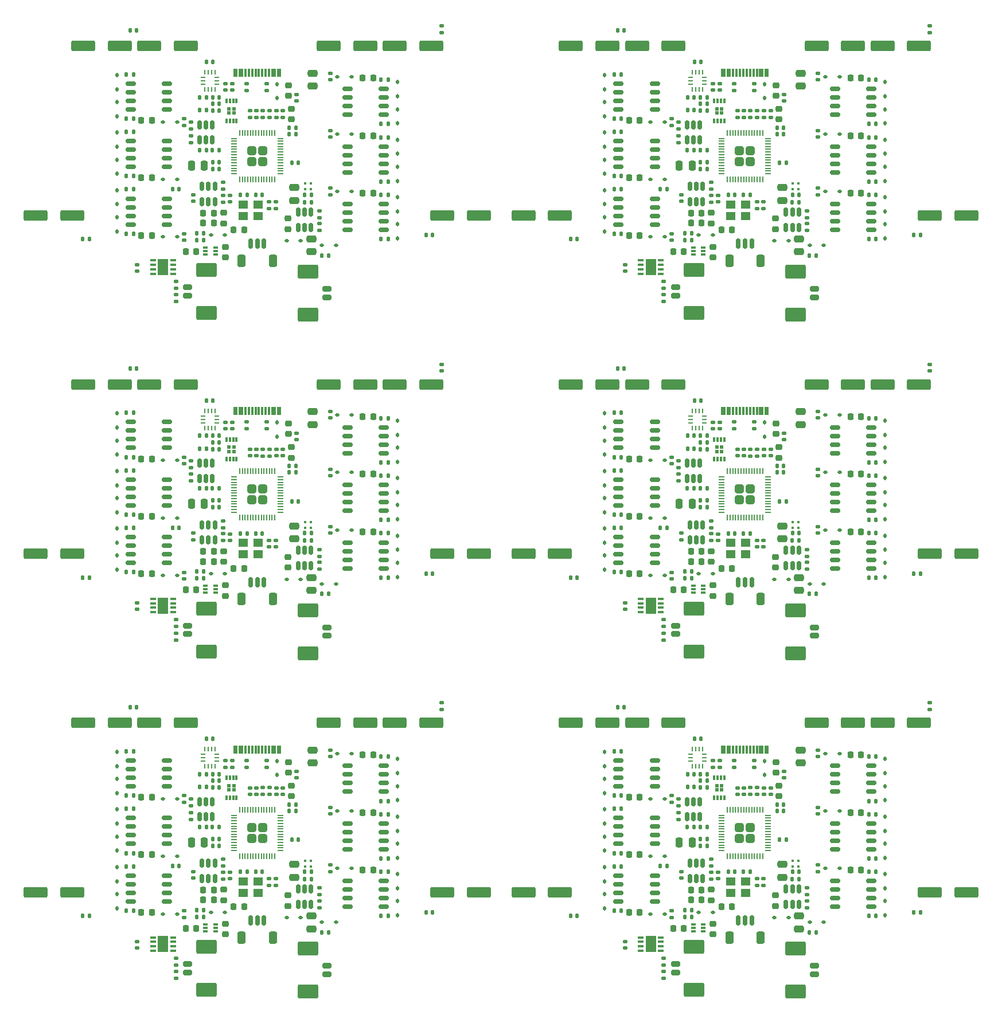
<source format=gbr>
%TF.GenerationSoftware,KiCad,Pcbnew,8.0.2*%
%TF.CreationDate,2024-05-05T15:06:13+02:00*%
%TF.ProjectId,panelized,70616e65-6c69-47a6-9564-2e6b69636164,rev?*%
%TF.SameCoordinates,Original*%
%TF.FileFunction,Paste,Top*%
%TF.FilePolarity,Positive*%
%FSLAX46Y46*%
G04 Gerber Fmt 4.6, Leading zero omitted, Abs format (unit mm)*
G04 Created by KiCad (PCBNEW 8.0.2) date 2024-05-05 15:06:13*
%MOMM*%
%LPD*%
G01*
G04 APERTURE LIST*
G04 Aperture macros list*
%AMRoundRect*
0 Rectangle with rounded corners*
0 $1 Rounding radius*
0 $2 $3 $4 $5 $6 $7 $8 $9 X,Y pos of 4 corners*
0 Add a 4 corners polygon primitive as box body*
4,1,4,$2,$3,$4,$5,$6,$7,$8,$9,$2,$3,0*
0 Add four circle primitives for the rounded corners*
1,1,$1+$1,$2,$3*
1,1,$1+$1,$4,$5*
1,1,$1+$1,$6,$7*
1,1,$1+$1,$8,$9*
0 Add four rect primitives between the rounded corners*
20,1,$1+$1,$2,$3,$4,$5,0*
20,1,$1+$1,$4,$5,$6,$7,0*
20,1,$1+$1,$6,$7,$8,$9,0*
20,1,$1+$1,$8,$9,$2,$3,0*%
G04 Aperture macros list end*
%ADD10RoundRect,0.225000X0.225000X0.250000X-0.225000X0.250000X-0.225000X-0.250000X0.225000X-0.250000X0*%
%ADD11RoundRect,0.112500X0.112500X-0.187500X0.112500X0.187500X-0.112500X0.187500X-0.112500X-0.187500X0*%
%ADD12RoundRect,0.135000X-0.185000X0.135000X-0.185000X-0.135000X0.185000X-0.135000X0.185000X0.135000X0*%
%ADD13RoundRect,0.140000X-0.140000X-0.170000X0.140000X-0.170000X0.140000X0.170000X-0.140000X0.170000X0*%
%ADD14RoundRect,0.112500X0.187500X0.112500X-0.187500X0.112500X-0.187500X-0.112500X0.187500X-0.112500X0*%
%ADD15R,0.250000X0.675000*%
%ADD16R,0.675000X0.250000*%
%ADD17RoundRect,0.135000X-0.135000X-0.185000X0.135000X-0.185000X0.135000X0.185000X-0.135000X0.185000X0*%
%ADD18RoundRect,0.225000X-0.225000X-0.250000X0.225000X-0.250000X0.225000X0.250000X-0.225000X0.250000X0*%
%ADD19RoundRect,0.112500X-0.112500X0.187500X-0.112500X-0.187500X0.112500X-0.187500X0.112500X0.187500X0*%
%ADD20R,0.300000X1.150000*%
%ADD21RoundRect,0.140000X0.140000X0.170000X-0.140000X0.170000X-0.140000X-0.170000X0.140000X-0.170000X0*%
%ADD22RoundRect,0.200000X-0.450000X0.200000X-0.450000X-0.200000X0.450000X-0.200000X0.450000X0.200000X0*%
%ADD23RoundRect,0.250001X-1.249999X0.799999X-1.249999X-0.799999X1.249999X-0.799999X1.249999X0.799999X0*%
%ADD24RoundRect,0.150000X0.625000X0.150000X-0.625000X0.150000X-0.625000X-0.150000X0.625000X-0.150000X0*%
%ADD25R,0.450000X0.450000*%
%ADD26RoundRect,0.250000X1.500000X0.550000X-1.500000X0.550000X-1.500000X-0.550000X1.500000X-0.550000X0*%
%ADD27RoundRect,0.112500X-0.187500X-0.112500X0.187500X-0.112500X0.187500X0.112500X-0.187500X0.112500X0*%
%ADD28R,0.600000X0.500000*%
%ADD29R,0.300000X0.750000*%
%ADD30RoundRect,0.135000X0.135000X0.185000X-0.135000X0.185000X-0.135000X-0.185000X0.135000X-0.185000X0*%
%ADD31RoundRect,0.150000X-0.625000X-0.150000X0.625000X-0.150000X0.625000X0.150000X-0.625000X0.150000X0*%
%ADD32RoundRect,0.140000X0.170000X-0.140000X0.170000X0.140000X-0.170000X0.140000X-0.170000X-0.140000X0*%
%ADD33RoundRect,0.140000X-0.170000X0.140000X-0.170000X-0.140000X0.170000X-0.140000X0.170000X0.140000X0*%
%ADD34RoundRect,0.250000X0.475000X-0.250000X0.475000X0.250000X-0.475000X0.250000X-0.475000X-0.250000X0*%
%ADD35RoundRect,0.249999X-0.395001X-0.395001X0.395001X-0.395001X0.395001X0.395001X-0.395001X0.395001X0*%
%ADD36RoundRect,0.050000X-0.387500X-0.050000X0.387500X-0.050000X0.387500X0.050000X-0.387500X0.050000X0*%
%ADD37RoundRect,0.050000X-0.050000X-0.387500X0.050000X-0.387500X0.050000X0.387500X-0.050000X0.387500X0*%
%ADD38RoundRect,0.218750X0.256250X-0.218750X0.256250X0.218750X-0.256250X0.218750X-0.256250X-0.218750X0*%
%ADD39RoundRect,0.150000X0.150000X0.625000X-0.150000X0.625000X-0.150000X-0.625000X0.150000X-0.625000X0*%
%ADD40RoundRect,0.250000X0.350000X0.650000X-0.350000X0.650000X-0.350000X-0.650000X0.350000X-0.650000X0*%
%ADD41RoundRect,0.218750X-0.256250X0.218750X-0.256250X-0.218750X0.256250X-0.218750X0.256250X0.218750X0*%
%ADD42RoundRect,0.085000X-0.265000X-0.085000X0.265000X-0.085000X0.265000X0.085000X-0.265000X0.085000X0*%
%ADD43R,0.840000X0.350000*%
%ADD44R,1.600000X2.400000*%
%ADD45RoundRect,0.150000X0.150000X-0.512500X0.150000X0.512500X-0.150000X0.512500X-0.150000X-0.512500X0*%
%ADD46R,1.400000X1.200000*%
%ADD47RoundRect,0.225000X-0.250000X0.225000X-0.250000X-0.225000X0.250000X-0.225000X0.250000X0.225000X0*%
%ADD48RoundRect,0.250000X-1.500000X-0.550000X1.500000X-0.550000X1.500000X0.550000X-1.500000X0.550000X0*%
%ADD49RoundRect,0.200000X0.450000X-0.200000X0.450000X0.200000X-0.450000X0.200000X-0.450000X-0.200000X0*%
%ADD50RoundRect,0.250001X1.249999X-0.799999X1.249999X0.799999X-1.249999X0.799999X-1.249999X-0.799999X0*%
%ADD51RoundRect,0.218750X-0.218750X-0.256250X0.218750X-0.256250X0.218750X0.256250X-0.218750X0.256250X0*%
%ADD52RoundRect,0.250000X-0.475000X0.250000X-0.475000X-0.250000X0.475000X-0.250000X0.475000X0.250000X0*%
%ADD53RoundRect,0.250000X-0.250000X-0.475000X0.250000X-0.475000X0.250000X0.475000X-0.250000X0.475000X0*%
G04 APERTURE END LIST*
D10*
%TO.C,C50*%
X107576000Y-29900000D03*
X106026000Y-29900000D03*
%TD*%
D11*
%TO.C,D19*%
X134696000Y-69675000D03*
X134696000Y-67575000D03*
%TD*%
D12*
%TO.C,R34*%
X104201000Y-114980000D03*
X104201000Y-116000000D03*
%TD*%
D13*
%TO.C,C28*%
X95221000Y-101400000D03*
X96181000Y-101400000D03*
%TD*%
D14*
%TO.C,D18*%
X127946000Y-66750000D03*
X125846000Y-66750000D03*
%TD*%
D15*
%TO.C,U10*%
X35751000Y-7637500D03*
X35251000Y-7637500D03*
X34751000Y-7637500D03*
X34251000Y-7637500D03*
D16*
X33988500Y-8400000D03*
X33988500Y-8900000D03*
X33988500Y-9400000D03*
D15*
X34251000Y-10162500D03*
X34751000Y-10162500D03*
X35251000Y-10162500D03*
X35751000Y-10162500D03*
D16*
X36013500Y-9400000D03*
X36013500Y-8900000D03*
X36013500Y-8400000D03*
%TD*%
D17*
%TO.C,R22*%
X132286000Y-17225000D03*
X133306000Y-17225000D03*
%TD*%
D18*
%TO.C,C37*%
X129571000Y-16975000D03*
X131121000Y-16975000D03*
%TD*%
D19*
%TO.C,D17*%
X134696000Y-80075000D03*
X134696000Y-82175000D03*
%TD*%
D20*
%TO.C,J2*%
X117351000Y-107670000D03*
X116551000Y-107670000D03*
X115251000Y-107670000D03*
X114251000Y-107670000D03*
X113751000Y-107670000D03*
X112751000Y-107670000D03*
X111451000Y-107670000D03*
X110651000Y-107670000D03*
X110951000Y-107670000D03*
X111751000Y-107670000D03*
X112251000Y-107670000D03*
X113251000Y-107670000D03*
X114751000Y-107670000D03*
X115751000Y-107670000D03*
X116251000Y-107670000D03*
X117051000Y-107670000D03*
%TD*%
D21*
%TO.C,C51*%
X34481000Y-13200000D03*
X33521000Y-13200000D03*
%TD*%
D17*
%TO.C,R26*%
X33491000Y-119100000D03*
X34511000Y-119100000D03*
%TD*%
D19*
%TO.C,D17*%
X62696000Y-80075000D03*
X62696000Y-82175000D03*
%TD*%
D22*
%TO.C,J3*%
X124251000Y-139625000D03*
X124251000Y-140875000D03*
D23*
X121501000Y-137075000D03*
X121501000Y-143425000D03*
%TD*%
D24*
%TO.C,U4*%
X28676000Y-30105000D03*
X28676000Y-28835000D03*
X28676000Y-27565000D03*
X28676000Y-26295000D03*
X23326000Y-26295000D03*
X23326000Y-27565000D03*
X23326000Y-28835000D03*
X23326000Y-30105000D03*
%TD*%
D13*
%TO.C,C7*%
X121021000Y-125700000D03*
X121981000Y-125700000D03*
%TD*%
%TO.C,C18*%
X118721000Y-115800000D03*
X119681000Y-115800000D03*
%TD*%
%TO.C,C25*%
X101521000Y-74900000D03*
X102481000Y-74900000D03*
%TD*%
D25*
%TO.C,D1*%
X121076000Y-74925000D03*
X121926000Y-74925000D03*
X121926000Y-74075000D03*
X121076000Y-74075000D03*
%TD*%
D26*
%TO.C,C57*%
X14701000Y-28750000D03*
X9301000Y-28750000D03*
%TD*%
D19*
%TO.C,D17*%
X134696000Y-30075000D03*
X134696000Y-32175000D03*
%TD*%
D10*
%TO.C,C24*%
X26431000Y-14725000D03*
X24881000Y-14725000D03*
%TD*%
D27*
%TO.C,D22*%
X35151000Y-131700000D03*
X37251000Y-131700000D03*
%TD*%
D24*
%TO.C,U6*%
X28676000Y-71605000D03*
X28676000Y-70335000D03*
X28676000Y-69065000D03*
X28676000Y-67795000D03*
X23326000Y-67795000D03*
X23326000Y-69065000D03*
X23326000Y-70335000D03*
X23326000Y-71605000D03*
%TD*%
D12*
%TO.C,R33*%
X104201000Y-116990000D03*
X104201000Y-118010000D03*
%TD*%
%TO.C,R16*%
X102001000Y-90490000D03*
X102001000Y-91510000D03*
%TD*%
D27*
%TO.C,D22*%
X107151000Y-81700000D03*
X109251000Y-81700000D03*
%TD*%
D28*
%TO.C,U2*%
X37826000Y-113650000D03*
X38576000Y-113650000D03*
X37826000Y-113000000D03*
X38576000Y-113000000D03*
D29*
X37451000Y-114775000D03*
X37951000Y-114775000D03*
X38451000Y-114775000D03*
X38951000Y-114775000D03*
X38951000Y-111875000D03*
X38451000Y-111875000D03*
X37951000Y-111875000D03*
X37451000Y-111875000D03*
%TD*%
D30*
%TO.C,R12*%
X95716000Y-22974999D03*
X94696000Y-22974999D03*
%TD*%
D24*
%TO.C,U4*%
X28676000Y-80105000D03*
X28676000Y-78835000D03*
X28676000Y-77565000D03*
X28676000Y-76295000D03*
X23326000Y-76295000D03*
X23326000Y-77565000D03*
X23326000Y-78835000D03*
X23326000Y-80105000D03*
%TD*%
D11*
%TO.C,D16*%
X62696000Y-28175000D03*
X62696000Y-26075000D03*
%TD*%
D24*
%TO.C,U5*%
X28676000Y-113105000D03*
X28676000Y-111835000D03*
X28676000Y-110565000D03*
X28676000Y-109295000D03*
X23326000Y-109295000D03*
X23326000Y-110565000D03*
X23326000Y-111835000D03*
X23326000Y-113105000D03*
%TD*%
D31*
%TO.C,U13*%
X127326000Y-68595000D03*
X127326000Y-69865000D03*
X127326000Y-71135000D03*
X127326000Y-72405000D03*
X132676000Y-72405000D03*
X132676000Y-71135000D03*
X132676000Y-69865000D03*
X132676000Y-68595000D03*
%TD*%
D22*
%TO.C,J3*%
X124251000Y-89625000D03*
X124251000Y-90875000D03*
D23*
X121501000Y-87075000D03*
X121501000Y-93425000D03*
%TD*%
D32*
%TO.C,C19*%
X116801000Y-14280000D03*
X116801000Y-13320000D03*
%TD*%
D17*
%TO.C,R26*%
X105491000Y-119100000D03*
X106511000Y-119100000D03*
%TD*%
D32*
%TO.C,C20*%
X117801000Y-64280000D03*
X117801000Y-63320000D03*
%TD*%
D12*
%TO.C,R17*%
X102001000Y-138490000D03*
X102001000Y-139510000D03*
%TD*%
D11*
%TO.C,D2*%
X44901000Y-111450000D03*
X44901000Y-109350000D03*
%TD*%
D33*
%TO.C,C48*%
X104601000Y-25720000D03*
X104601000Y-26680000D03*
%TD*%
D12*
%TO.C,R6*%
X115401000Y-59290000D03*
X115401000Y-60310000D03*
%TD*%
D19*
%TO.C,D3*%
X21306000Y-129024999D03*
X21306000Y-131124999D03*
%TD*%
D18*
%TO.C,C37*%
X129571000Y-116975000D03*
X131121000Y-116975000D03*
%TD*%
D17*
%TO.C,R28*%
X48966000Y-76810000D03*
X49986000Y-76810000D03*
%TD*%
D32*
%TO.C,C11*%
X112901000Y-64280000D03*
X112901000Y-63320000D03*
%TD*%
D34*
%TO.C,C45*%
X47501000Y-26550000D03*
X47501000Y-24650000D03*
%TD*%
D21*
%TO.C,C27*%
X17211000Y-132250000D03*
X16251000Y-132250000D03*
%TD*%
D13*
%TO.C,C16*%
X46721000Y-66750000D03*
X47681000Y-66750000D03*
%TD*%
D35*
%TO.C,U3*%
X113201000Y-119200000D03*
X113201000Y-120800000D03*
X114801000Y-119200000D03*
X114801000Y-120800000D03*
D36*
X110563500Y-117400000D03*
X110563500Y-117800000D03*
X110563500Y-118200000D03*
X110563500Y-118600000D03*
X110563500Y-119000000D03*
X110563500Y-119400000D03*
X110563500Y-119800000D03*
X110563500Y-120200000D03*
X110563500Y-120600000D03*
X110563500Y-121000000D03*
X110563500Y-121400000D03*
X110563500Y-121800000D03*
X110563500Y-122200000D03*
X110563500Y-122600000D03*
D37*
X111401000Y-123437500D03*
X111801000Y-123437500D03*
X112201000Y-123437500D03*
X112601000Y-123437500D03*
X113001000Y-123437500D03*
X113401000Y-123437500D03*
X113801000Y-123437500D03*
X114201000Y-123437500D03*
X114601000Y-123437500D03*
X115001000Y-123437500D03*
X115401000Y-123437500D03*
X115801000Y-123437500D03*
X116201000Y-123437500D03*
X116601000Y-123437500D03*
D36*
X117438500Y-122600000D03*
X117438500Y-122200000D03*
X117438500Y-121800000D03*
X117438500Y-121400000D03*
X117438500Y-121000000D03*
X117438500Y-120600000D03*
X117438500Y-120200000D03*
X117438500Y-119800000D03*
X117438500Y-119400000D03*
X117438500Y-119000000D03*
X117438500Y-118600000D03*
X117438500Y-118200000D03*
X117438500Y-117800000D03*
X117438500Y-117400000D03*
D37*
X116601000Y-116562500D03*
X116201000Y-116562500D03*
X115801000Y-116562500D03*
X115401000Y-116562500D03*
X115001000Y-116562500D03*
X114601000Y-116562500D03*
X114201000Y-116562500D03*
X113801000Y-116562500D03*
X113401000Y-116562500D03*
X113001000Y-116562500D03*
X112601000Y-116562500D03*
X112201000Y-116562500D03*
X111801000Y-116562500D03*
X111401000Y-116562500D03*
%TD*%
D33*
%TO.C,C23*%
X103206000Y-64495000D03*
X103206000Y-65455000D03*
%TD*%
D21*
%TO.C,C10*%
X36381000Y-113300000D03*
X35421000Y-113300000D03*
%TD*%
D10*
%TO.C,C24*%
X98431000Y-114725000D03*
X96881000Y-114725000D03*
%TD*%
D32*
%TO.C,C11*%
X112901000Y-14280000D03*
X112901000Y-13320000D03*
%TD*%
D33*
%TO.C,C48*%
X32601000Y-75720000D03*
X32601000Y-76680000D03*
%TD*%
D19*
%TO.C,D20*%
X62696000Y-21575000D03*
X62696000Y-23675000D03*
%TD*%
D17*
%TO.C,R28*%
X120966000Y-76810000D03*
X121986000Y-76810000D03*
%TD*%
D32*
%TO.C,C12*%
X113851000Y-114280000D03*
X113851000Y-113320000D03*
%TD*%
D14*
%TO.C,D21*%
X120426000Y-132510000D03*
X118326000Y-132510000D03*
%TD*%
D32*
%TO.C,C41*%
X110301000Y-10280000D03*
X110301000Y-9320000D03*
%TD*%
D12*
%TO.C,R33*%
X104201000Y-66990000D03*
X104201000Y-68010000D03*
%TD*%
D17*
%TO.C,R18*%
X60286000Y-8725000D03*
X61306000Y-8725000D03*
%TD*%
D12*
%TO.C,R32*%
X109001000Y-73890000D03*
X109001000Y-74910000D03*
%TD*%
D33*
%TO.C,C23*%
X31206000Y-114495000D03*
X31206000Y-115455000D03*
%TD*%
D11*
%TO.C,D8*%
X93306000Y-110125000D03*
X93306000Y-108025000D03*
%TD*%
D12*
%TO.C,R29*%
X51176000Y-80000000D03*
X51176000Y-81020000D03*
%TD*%
D17*
%TO.C,R18*%
X132286000Y-58725000D03*
X133306000Y-58725000D03*
%TD*%
D38*
%TO.C,L1*%
X37301000Y-34987500D03*
X37301000Y-33412500D03*
%TD*%
D28*
%TO.C,U2*%
X37826000Y-63650000D03*
X38576000Y-63650000D03*
X37826000Y-63000000D03*
X38576000Y-63000000D03*
D29*
X37451000Y-64775000D03*
X37951000Y-64775000D03*
X38451000Y-64775000D03*
X38951000Y-64775000D03*
X38951000Y-61875000D03*
X38451000Y-61875000D03*
X37951000Y-61875000D03*
X37451000Y-61875000D03*
%TD*%
D13*
%TO.C,C14*%
X47121000Y-71000000D03*
X48081000Y-71000000D03*
%TD*%
D39*
%TO.C,J1*%
X43001000Y-32925000D03*
X42001000Y-32925000D03*
X41001000Y-32925000D03*
D40*
X44301000Y-35450000D03*
X39701000Y-35450000D03*
%TD*%
D41*
%TO.C,L2*%
X118526000Y-29222500D03*
X118526000Y-30797500D03*
%TD*%
D12*
%TO.C,R5*%
X114791000Y-113290000D03*
X114791000Y-114310000D03*
%TD*%
D31*
%TO.C,U13*%
X127326000Y-118595000D03*
X127326000Y-119865000D03*
X127326000Y-121135000D03*
X127326000Y-122405000D03*
X132676000Y-122405000D03*
X132676000Y-121135000D03*
X132676000Y-119865000D03*
X132676000Y-118595000D03*
%TD*%
D10*
%TO.C,C2*%
X104976000Y-34100000D03*
X103426000Y-34100000D03*
%TD*%
D32*
%TO.C,C34*%
X124796000Y-25705000D03*
X124796000Y-24745000D03*
%TD*%
D17*
%TO.C,R23*%
X132286000Y-123775000D03*
X133306000Y-123775000D03*
%TD*%
D32*
%TO.C,C34*%
X124796000Y-125705000D03*
X124796000Y-124745000D03*
%TD*%
D30*
%TO.C,R8*%
X95716000Y-81474999D03*
X94696000Y-81474999D03*
%TD*%
D32*
%TO.C,C20*%
X117801000Y-14280000D03*
X117801000Y-13320000D03*
%TD*%
D11*
%TO.C,D11*%
X93306000Y-18625000D03*
X93306000Y-16525000D03*
%TD*%
D31*
%TO.C,U11*%
X127326000Y-60095000D03*
X127326000Y-61365000D03*
X127326000Y-62635000D03*
X127326000Y-63905000D03*
X132676000Y-63905000D03*
X132676000Y-62635000D03*
X132676000Y-61365000D03*
X132676000Y-60095000D03*
%TD*%
D26*
%TO.C,C57*%
X86701000Y-28750000D03*
X81301000Y-28750000D03*
%TD*%
D14*
%TO.C,D23*%
X125651000Y-133200000D03*
X123551000Y-133200000D03*
%TD*%
D32*
%TO.C,C20*%
X45801000Y-64280000D03*
X45801000Y-63320000D03*
%TD*%
D14*
%TO.C,D12*%
X55946000Y-58250000D03*
X53846000Y-58250000D03*
%TD*%
D18*
%TO.C,C33*%
X57571000Y-58475000D03*
X59121000Y-58475000D03*
%TD*%
D42*
%TO.C,U1*%
X34351000Y-133500000D03*
X34351000Y-134000000D03*
X34351000Y-134500000D03*
X35851000Y-134500000D03*
X35851000Y-134000000D03*
X35851000Y-133500000D03*
%TD*%
D12*
%TO.C,R32*%
X37001000Y-123890000D03*
X37001000Y-124910000D03*
%TD*%
D41*
%TO.C,FB1*%
X47001000Y-63012500D03*
X47001000Y-64587500D03*
%TD*%
D10*
%TO.C,C50*%
X35576000Y-29900000D03*
X34026000Y-29900000D03*
%TD*%
D27*
%TO.C,D22*%
X107151000Y-31700000D03*
X109251000Y-31700000D03*
%TD*%
%TO.C,D9*%
X100055999Y-73450000D03*
X102155999Y-73450000D03*
%TD*%
D43*
%TO.C,U9*%
X29601000Y-137375000D03*
X29601000Y-136725000D03*
X29601000Y-136075000D03*
X29601000Y-135425000D03*
X26601000Y-135425000D03*
X26601000Y-136075000D03*
X26601000Y-136725000D03*
X26601000Y-137375000D03*
D44*
X28101000Y-136400000D03*
%TD*%
D11*
%TO.C,D2*%
X116901000Y-111450000D03*
X116901000Y-109350000D03*
%TD*%
D31*
%TO.C,U12*%
X55326000Y-77095000D03*
X55326000Y-78365000D03*
X55326000Y-79635000D03*
X55326000Y-80905000D03*
X60676000Y-80905000D03*
X60676000Y-79635000D03*
X60676000Y-78365000D03*
X60676000Y-77095000D03*
%TD*%
D27*
%TO.C,D6*%
X100055999Y-114950000D03*
X102155999Y-114950000D03*
%TD*%
D45*
%TO.C,U31*%
X33851000Y-126737500D03*
X34801000Y-126737500D03*
X35751000Y-126737500D03*
X35751000Y-124462500D03*
X34801000Y-124462500D03*
X33851000Y-124462500D03*
%TD*%
D12*
%TO.C,R6*%
X43401000Y-109290000D03*
X43401000Y-110310000D03*
%TD*%
D18*
%TO.C,C37*%
X57571000Y-116975000D03*
X59121000Y-116975000D03*
%TD*%
D24*
%TO.C,U4*%
X100676000Y-30105000D03*
X100676000Y-28835000D03*
X100676000Y-27565000D03*
X100676000Y-26295000D03*
X95326000Y-26295000D03*
X95326000Y-27565000D03*
X95326000Y-28835000D03*
X95326000Y-30105000D03*
%TD*%
D30*
%TO.C,R13*%
X23716001Y-116425000D03*
X22696001Y-116425000D03*
%TD*%
D13*
%TO.C,C39*%
X66921000Y-31700000D03*
X67881000Y-31700000D03*
%TD*%
D19*
%TO.C,D3*%
X21306000Y-29024999D03*
X21306000Y-31124999D03*
%TD*%
D46*
%TO.C,Y1*%
X114101000Y-27150000D03*
X111901000Y-27150000D03*
X111901000Y-28850000D03*
X114101000Y-28850000D03*
%TD*%
D43*
%TO.C,U9*%
X101601000Y-87375000D03*
X101601000Y-86725000D03*
X101601000Y-86075000D03*
X101601000Y-85425000D03*
X98601000Y-85425000D03*
X98601000Y-86075000D03*
X98601000Y-86725000D03*
X98601000Y-87375000D03*
D44*
X100101000Y-86400000D03*
%TD*%
D32*
%TO.C,C12*%
X41851000Y-64280000D03*
X41851000Y-63320000D03*
%TD*%
D35*
%TO.C,U3*%
X41201000Y-19200000D03*
X41201000Y-20800000D03*
X42801000Y-19200000D03*
X42801000Y-20800000D03*
D36*
X38563500Y-17400000D03*
X38563500Y-17800000D03*
X38563500Y-18200000D03*
X38563500Y-18600000D03*
X38563500Y-19000000D03*
X38563500Y-19400000D03*
X38563500Y-19800000D03*
X38563500Y-20200000D03*
X38563500Y-20600000D03*
X38563500Y-21000000D03*
X38563500Y-21400000D03*
X38563500Y-21800000D03*
X38563500Y-22200000D03*
X38563500Y-22600000D03*
D37*
X39401000Y-23437500D03*
X39801000Y-23437500D03*
X40201000Y-23437500D03*
X40601000Y-23437500D03*
X41001000Y-23437500D03*
X41401000Y-23437500D03*
X41801000Y-23437500D03*
X42201000Y-23437500D03*
X42601000Y-23437500D03*
X43001000Y-23437500D03*
X43401000Y-23437500D03*
X43801000Y-23437500D03*
X44201000Y-23437500D03*
X44601000Y-23437500D03*
D36*
X45438500Y-22600000D03*
X45438500Y-22200000D03*
X45438500Y-21800000D03*
X45438500Y-21400000D03*
X45438500Y-21000000D03*
X45438500Y-20600000D03*
X45438500Y-20200000D03*
X45438500Y-19800000D03*
X45438500Y-19400000D03*
X45438500Y-19000000D03*
X45438500Y-18600000D03*
X45438500Y-18200000D03*
X45438500Y-17800000D03*
X45438500Y-17400000D03*
D37*
X44601000Y-16562500D03*
X44201000Y-16562500D03*
X43801000Y-16562500D03*
X43401000Y-16562500D03*
X43001000Y-16562500D03*
X42601000Y-16562500D03*
X42201000Y-16562500D03*
X41801000Y-16562500D03*
X41401000Y-16562500D03*
X41001000Y-16562500D03*
X40601000Y-16562500D03*
X40201000Y-16562500D03*
X39801000Y-16562500D03*
X39401000Y-16562500D03*
%TD*%
D26*
%TO.C,C55*%
X129951000Y-103750000D03*
X124551000Y-103750000D03*
%TD*%
D27*
%TO.C,D9*%
X100055999Y-23450000D03*
X102155999Y-23450000D03*
%TD*%
D13*
%TO.C,C5*%
X41771000Y-125750000D03*
X42731000Y-125750000D03*
%TD*%
D14*
%TO.C,D23*%
X125651000Y-33200000D03*
X123551000Y-33200000D03*
%TD*%
D47*
%TO.C,C44*%
X118601000Y-109525000D03*
X118601000Y-111075000D03*
%TD*%
D31*
%TO.C,U11*%
X55326000Y-60095000D03*
X55326000Y-61365000D03*
X55326000Y-62635000D03*
X55326000Y-63905000D03*
X60676000Y-63905000D03*
X60676000Y-62635000D03*
X60676000Y-61365000D03*
X60676000Y-60095000D03*
%TD*%
D14*
%TO.C,D18*%
X55946000Y-116750000D03*
X53846000Y-116750000D03*
%TD*%
D45*
%TO.C,U30*%
X33451000Y-17637500D03*
X34401000Y-17637500D03*
X35351000Y-17637500D03*
X35351000Y-15362500D03*
X34401000Y-15362500D03*
X33451000Y-15362500D03*
%TD*%
D11*
%TO.C,D2*%
X116901000Y-11450000D03*
X116901000Y-9350000D03*
%TD*%
%TO.C,D11*%
X93306000Y-68625000D03*
X93306000Y-66525000D03*
%TD*%
D18*
%TO.C,C33*%
X129571000Y-58475000D03*
X131121000Y-58475000D03*
%TD*%
D14*
%TO.C,D15*%
X55946000Y-75250000D03*
X53846000Y-75250000D03*
%TD*%
D32*
%TO.C,C12*%
X41851000Y-114280000D03*
X41851000Y-113320000D03*
%TD*%
D14*
%TO.C,D18*%
X127946000Y-116750000D03*
X125846000Y-116750000D03*
%TD*%
D18*
%TO.C,C33*%
X57571000Y-108475000D03*
X59121000Y-108475000D03*
%TD*%
D13*
%TO.C,C28*%
X23221000Y-1400000D03*
X24181000Y-1400000D03*
%TD*%
D48*
%TO.C,C56*%
X26051000Y-3750000D03*
X31451000Y-3750000D03*
%TD*%
D32*
%TO.C,C36*%
X124796000Y-67205000D03*
X124796000Y-66245000D03*
%TD*%
D13*
%TO.C,C16*%
X118721000Y-16750000D03*
X119681000Y-16750000D03*
%TD*%
D17*
%TO.C,R2*%
X105091000Y-81400000D03*
X106111000Y-81400000D03*
%TD*%
D33*
%TO.C,C17*%
X43751000Y-26770000D03*
X43751000Y-27730000D03*
%TD*%
D30*
%TO.C,R11*%
X23716001Y-7925000D03*
X22696001Y-7925000D03*
%TD*%
D41*
%TO.C,L2*%
X46526000Y-79222500D03*
X46526000Y-80797500D03*
%TD*%
D11*
%TO.C,D4*%
X93306000Y-77125000D03*
X93306000Y-75025000D03*
%TD*%
D15*
%TO.C,U10*%
X107751000Y-107637500D03*
X107251000Y-107637500D03*
X106751000Y-107637500D03*
X106251000Y-107637500D03*
D16*
X105988500Y-108400000D03*
X105988500Y-108900000D03*
X105988500Y-109400000D03*
D15*
X106251000Y-110162500D03*
X106751000Y-110162500D03*
X107251000Y-110162500D03*
X107751000Y-110162500D03*
D16*
X108013500Y-109400000D03*
X108013500Y-108900000D03*
X108013500Y-108400000D03*
%TD*%
D17*
%TO.C,R20*%
X132286000Y-75725000D03*
X133306000Y-75725000D03*
%TD*%
D20*
%TO.C,J2*%
X45351000Y-107670000D03*
X44551000Y-107670000D03*
X43251000Y-107670000D03*
X42251000Y-107670000D03*
X41751000Y-107670000D03*
X40751000Y-107670000D03*
X39451000Y-107670000D03*
X38651000Y-107670000D03*
X38951000Y-107670000D03*
X39751000Y-107670000D03*
X40251000Y-107670000D03*
X41251000Y-107670000D03*
X42751000Y-107670000D03*
X43751000Y-107670000D03*
X44251000Y-107670000D03*
X45051000Y-107670000D03*
%TD*%
D19*
%TO.C,D20*%
X134696000Y-71575000D03*
X134696000Y-73675000D03*
%TD*%
D21*
%TO.C,C15*%
X36381000Y-71900000D03*
X35421000Y-71900000D03*
%TD*%
D48*
%TO.C,C54*%
X134301000Y-3750000D03*
X139701000Y-3750000D03*
%TD*%
D10*
%TO.C,C50*%
X35576000Y-79900000D03*
X34026000Y-79900000D03*
%TD*%
%TO.C,C50*%
X35576000Y-129900000D03*
X34026000Y-129900000D03*
%TD*%
D17*
%TO.C,R21*%
X60286000Y-132275000D03*
X61306000Y-132275000D03*
%TD*%
%TO.C,R18*%
X60286000Y-58725000D03*
X61306000Y-58725000D03*
%TD*%
D28*
%TO.C,U2*%
X109826000Y-13650000D03*
X110576000Y-13650000D03*
X109826000Y-13000000D03*
X110576000Y-13000000D03*
D29*
X109451000Y-14775000D03*
X109951000Y-14775000D03*
X110451000Y-14775000D03*
X110951000Y-14775000D03*
X110951000Y-11875000D03*
X110451000Y-11875000D03*
X109951000Y-11875000D03*
X109451000Y-11875000D03*
%TD*%
D12*
%TO.C,R30*%
X123176000Y-128100000D03*
X123176000Y-129120000D03*
%TD*%
%TO.C,R32*%
X109001000Y-23890000D03*
X109001000Y-24910000D03*
%TD*%
D18*
%TO.C,C37*%
X129571000Y-66975000D03*
X131121000Y-66975000D03*
%TD*%
D38*
%TO.C,L1*%
X109301000Y-34987500D03*
X109301000Y-33412500D03*
%TD*%
D19*
%TO.C,D20*%
X134696000Y-21575000D03*
X134696000Y-23675000D03*
%TD*%
D25*
%TO.C,D1*%
X121076000Y-24925000D03*
X121926000Y-24925000D03*
X121926000Y-24075000D03*
X121076000Y-24075000D03*
%TD*%
D33*
%TO.C,C43*%
X47801000Y-60920000D03*
X47801000Y-61880000D03*
%TD*%
D34*
%TO.C,C42*%
X122201000Y-59650000D03*
X122201000Y-57750000D03*
%TD*%
D33*
%TO.C,C8*%
X44751000Y-26770000D03*
X44751000Y-27730000D03*
%TD*%
D11*
%TO.C,D11*%
X93306000Y-118625000D03*
X93306000Y-116525000D03*
%TD*%
D10*
%TO.C,C26*%
X98431000Y-73225000D03*
X96881000Y-73225000D03*
%TD*%
D34*
%TO.C,C42*%
X122201000Y-109650000D03*
X122201000Y-107750000D03*
%TD*%
D41*
%TO.C,L2*%
X46526000Y-29222500D03*
X46526000Y-30797500D03*
%TD*%
D47*
%TO.C,C49*%
X109051000Y-128375000D03*
X109051000Y-129925000D03*
%TD*%
D19*
%TO.C,D10*%
X21306000Y-20524999D03*
X21306000Y-22624999D03*
%TD*%
D32*
%TO.C,C34*%
X52796000Y-75705000D03*
X52796000Y-74745000D03*
%TD*%
D31*
%TO.C,U11*%
X127326000Y-10095000D03*
X127326000Y-11365000D03*
X127326000Y-12635000D03*
X127326000Y-13905000D03*
X132676000Y-13905000D03*
X132676000Y-12635000D03*
X132676000Y-11365000D03*
X132676000Y-10095000D03*
%TD*%
D17*
%TO.C,R20*%
X60286000Y-125725000D03*
X61306000Y-125725000D03*
%TD*%
D48*
%TO.C,C53*%
X141301000Y-28750000D03*
X146701000Y-28750000D03*
%TD*%
D17*
%TO.C,R2*%
X33091000Y-81400000D03*
X34111000Y-81400000D03*
%TD*%
D49*
%TO.C,J4*%
X31751000Y-140625000D03*
X31751000Y-139375000D03*
D50*
X34501000Y-143175000D03*
X34501000Y-136825000D03*
%TD*%
D32*
%TO.C,C12*%
X113851000Y-14280000D03*
X113851000Y-13320000D03*
%TD*%
D10*
%TO.C,C24*%
X98431000Y-64725000D03*
X96881000Y-64725000D03*
%TD*%
%TO.C,C2*%
X32976000Y-84100000D03*
X31426000Y-84100000D03*
%TD*%
D30*
%TO.C,R11*%
X95716001Y-57925000D03*
X94696001Y-57925000D03*
%TD*%
D51*
%TO.C,L3*%
X106013500Y-128400000D03*
X107588500Y-128400000D03*
%TD*%
D32*
%TO.C,C11*%
X40901000Y-14280000D03*
X40901000Y-13320000D03*
%TD*%
%TO.C,C40*%
X37301000Y-10280000D03*
X37301000Y-9320000D03*
%TD*%
D13*
%TO.C,C30*%
X33521000Y-11300000D03*
X34481000Y-11300000D03*
%TD*%
D43*
%TO.C,U9*%
X29601000Y-37375000D03*
X29601000Y-36725000D03*
X29601000Y-36075000D03*
X29601000Y-35425000D03*
X26601000Y-35425000D03*
X26601000Y-36075000D03*
X26601000Y-36725000D03*
X26601000Y-37375000D03*
D44*
X28101000Y-36400000D03*
%TD*%
D14*
%TO.C,D21*%
X120426000Y-82510000D03*
X118326000Y-82510000D03*
%TD*%
D17*
%TO.C,R23*%
X132286000Y-73775000D03*
X133306000Y-73775000D03*
%TD*%
D27*
%TO.C,D5*%
X28055999Y-81950000D03*
X30155999Y-81950000D03*
%TD*%
D19*
%TO.C,D3*%
X93306000Y-79024999D03*
X93306000Y-81124999D03*
%TD*%
D26*
%TO.C,C57*%
X86701000Y-78750000D03*
X81301000Y-78750000D03*
%TD*%
D30*
%TO.C,R9*%
X95716001Y-74925000D03*
X94696001Y-74925000D03*
%TD*%
D13*
%TO.C,C14*%
X119121000Y-71000000D03*
X120081000Y-71000000D03*
%TD*%
D11*
%TO.C,D11*%
X21306000Y-68625000D03*
X21306000Y-66525000D03*
%TD*%
D26*
%TO.C,C52*%
X93701000Y-53750000D03*
X88301000Y-53750000D03*
%TD*%
D43*
%TO.C,U9*%
X101601000Y-37375000D03*
X101601000Y-36725000D03*
X101601000Y-36075000D03*
X101601000Y-35425000D03*
X98601000Y-35425000D03*
X98601000Y-36075000D03*
X98601000Y-36725000D03*
X98601000Y-37375000D03*
D44*
X100101000Y-36400000D03*
%TD*%
D13*
%TO.C,C16*%
X46721000Y-116750000D03*
X47681000Y-116750000D03*
%TD*%
D52*
%TO.C,C46*%
X50001000Y-132250000D03*
X50001000Y-134150000D03*
%TD*%
D11*
%TO.C,D19*%
X62696000Y-119675000D03*
X62696000Y-117575000D03*
%TD*%
D21*
%TO.C,C10*%
X108381000Y-113300000D03*
X107421000Y-113300000D03*
%TD*%
D48*
%TO.C,C54*%
X134301000Y-103750000D03*
X139701000Y-103750000D03*
%TD*%
D11*
%TO.C,D8*%
X93306000Y-60125000D03*
X93306000Y-58025000D03*
%TD*%
D13*
%TO.C,C30*%
X33521000Y-111300000D03*
X34481000Y-111300000D03*
%TD*%
D17*
%TO.C,R26*%
X105491000Y-69100000D03*
X106511000Y-69100000D03*
%TD*%
D13*
%TO.C,C5*%
X113771000Y-25750000D03*
X114731000Y-25750000D03*
%TD*%
D21*
%TO.C,C10*%
X108381000Y-63300000D03*
X107421000Y-63300000D03*
%TD*%
%TO.C,C15*%
X108381000Y-121900000D03*
X107421000Y-121900000D03*
%TD*%
D47*
%TO.C,C44*%
X46601000Y-59525000D03*
X46601000Y-61075000D03*
%TD*%
D26*
%TO.C,C55*%
X129951000Y-3750000D03*
X124551000Y-3750000D03*
%TD*%
D19*
%TO.C,D14*%
X62696000Y-113075000D03*
X62696000Y-115175000D03*
%TD*%
D12*
%TO.C,R29*%
X51176000Y-130000000D03*
X51176000Y-131020000D03*
%TD*%
D11*
%TO.C,D2*%
X116901000Y-61450000D03*
X116901000Y-59350000D03*
%TD*%
D33*
%TO.C,C38*%
X69251000Y-100770000D03*
X69251000Y-101730000D03*
%TD*%
D12*
%TO.C,R4*%
X43801000Y-13290000D03*
X43801000Y-14310000D03*
%TD*%
%TO.C,R4*%
X115801000Y-13290000D03*
X115801000Y-14310000D03*
%TD*%
D34*
%TO.C,C45*%
X47501000Y-126550000D03*
X47501000Y-124650000D03*
%TD*%
D38*
%TO.C,L1*%
X109301000Y-134987500D03*
X109301000Y-133412500D03*
%TD*%
D12*
%TO.C,R30*%
X123176000Y-28100000D03*
X123176000Y-29120000D03*
%TD*%
D45*
%TO.C,U31*%
X105851000Y-126737500D03*
X106801000Y-126737500D03*
X107751000Y-126737500D03*
X107751000Y-124462500D03*
X106801000Y-124462500D03*
X105851000Y-124462500D03*
%TD*%
D30*
%TO.C,R10*%
X95716000Y-14474999D03*
X94696000Y-14474999D03*
%TD*%
D42*
%TO.C,U1*%
X34351000Y-83500000D03*
X34351000Y-84000000D03*
X34351000Y-84500000D03*
X35851000Y-84500000D03*
X35851000Y-84000000D03*
X35851000Y-83500000D03*
%TD*%
D14*
%TO.C,D12*%
X55946000Y-108250000D03*
X53846000Y-108250000D03*
%TD*%
D45*
%TO.C,U17*%
X120051000Y-80537500D03*
X121001000Y-80537500D03*
X121951000Y-80537500D03*
X121951000Y-78262500D03*
X121001000Y-78262500D03*
X120051000Y-78262500D03*
%TD*%
%TO.C,U30*%
X105451000Y-67637500D03*
X106401000Y-67637500D03*
X107351000Y-67637500D03*
X107351000Y-65362500D03*
X106401000Y-65362500D03*
X105451000Y-65362500D03*
%TD*%
D17*
%TO.C,R21*%
X132286000Y-82275000D03*
X133306000Y-82275000D03*
%TD*%
D27*
%TO.C,D5*%
X100055999Y-81950000D03*
X102155999Y-81950000D03*
%TD*%
D19*
%TO.C,D10*%
X93306000Y-120524999D03*
X93306000Y-122624999D03*
%TD*%
D45*
%TO.C,U17*%
X48051000Y-130537500D03*
X49001000Y-130537500D03*
X49951000Y-130537500D03*
X49951000Y-128262500D03*
X49001000Y-128262500D03*
X48051000Y-128262500D03*
%TD*%
D33*
%TO.C,C23*%
X103206000Y-14495000D03*
X103206000Y-15455000D03*
%TD*%
%TO.C,C8*%
X116751000Y-126770000D03*
X116751000Y-127730000D03*
%TD*%
D13*
%TO.C,C31*%
X106521000Y-6100000D03*
X107481000Y-6100000D03*
%TD*%
D47*
%TO.C,C49*%
X37051000Y-128375000D03*
X37051000Y-129925000D03*
%TD*%
D13*
%TO.C,C28*%
X23221000Y-101400000D03*
X24181000Y-101400000D03*
%TD*%
D30*
%TO.C,R1*%
X106111000Y-32400000D03*
X105091000Y-32400000D03*
%TD*%
D26*
%TO.C,C52*%
X21701000Y-53750000D03*
X16301000Y-53750000D03*
%TD*%
D13*
%TO.C,C25*%
X29521000Y-24900000D03*
X30481000Y-24900000D03*
%TD*%
D32*
%TO.C,C29*%
X96301000Y-136980000D03*
X96301000Y-136020000D03*
%TD*%
D31*
%TO.C,U11*%
X127326000Y-110095000D03*
X127326000Y-111365000D03*
X127326000Y-112635000D03*
X127326000Y-113905000D03*
X132676000Y-113905000D03*
X132676000Y-112635000D03*
X132676000Y-111365000D03*
X132676000Y-110095000D03*
%TD*%
D32*
%TO.C,C19*%
X44801000Y-114280000D03*
X44801000Y-113320000D03*
%TD*%
D42*
%TO.C,U1*%
X106351000Y-33500000D03*
X106351000Y-34000000D03*
X106351000Y-34500000D03*
X107851000Y-34500000D03*
X107851000Y-34000000D03*
X107851000Y-33500000D03*
%TD*%
D30*
%TO.C,R13*%
X23716001Y-16425000D03*
X22696001Y-16425000D03*
%TD*%
D41*
%TO.C,FB1*%
X119001000Y-13012500D03*
X119001000Y-14587500D03*
%TD*%
D17*
%TO.C,R22*%
X132286000Y-117225000D03*
X133306000Y-117225000D03*
%TD*%
D13*
%TO.C,C28*%
X95221000Y-51400000D03*
X96181000Y-51400000D03*
%TD*%
D21*
%TO.C,C1*%
X36381000Y-61300000D03*
X35421000Y-61300000D03*
%TD*%
D17*
%TO.C,R21*%
X132286000Y-132275000D03*
X133306000Y-132275000D03*
%TD*%
D48*
%TO.C,C56*%
X98051000Y-3750000D03*
X103451000Y-3750000D03*
%TD*%
D11*
%TO.C,D13*%
X62696000Y-61175000D03*
X62696000Y-59075000D03*
%TD*%
D26*
%TO.C,C57*%
X14701000Y-128750000D03*
X9301000Y-128750000D03*
%TD*%
D21*
%TO.C,C15*%
X108381000Y-71900000D03*
X107421000Y-71900000D03*
%TD*%
%TO.C,C13*%
X108381000Y-120900000D03*
X107421000Y-120900000D03*
%TD*%
D53*
%TO.C,C47*%
X104301000Y-121400000D03*
X106201000Y-121400000D03*
%TD*%
D28*
%TO.C,U2*%
X37826000Y-13650000D03*
X38576000Y-13650000D03*
X37826000Y-13000000D03*
X38576000Y-13000000D03*
D29*
X37451000Y-14775000D03*
X37951000Y-14775000D03*
X38451000Y-14775000D03*
X38951000Y-14775000D03*
X38951000Y-11875000D03*
X38451000Y-11875000D03*
X37951000Y-11875000D03*
X37451000Y-11875000D03*
%TD*%
D30*
%TO.C,R13*%
X95716001Y-16425000D03*
X94696001Y-16425000D03*
%TD*%
D18*
%TO.C,C35*%
X129571000Y-75475000D03*
X131121000Y-75475000D03*
%TD*%
D32*
%TO.C,C11*%
X112901000Y-114280000D03*
X112901000Y-113320000D03*
%TD*%
D48*
%TO.C,C56*%
X98051000Y-53750000D03*
X103451000Y-53750000D03*
%TD*%
D21*
%TO.C,C1*%
X108381000Y-11300000D03*
X107421000Y-11300000D03*
%TD*%
D41*
%TO.C,FB1*%
X119001000Y-113012500D03*
X119001000Y-114587500D03*
%TD*%
D21*
%TO.C,C10*%
X36381000Y-63300000D03*
X35421000Y-63300000D03*
%TD*%
D12*
%TO.C,R7*%
X40401000Y-109290000D03*
X40401000Y-110310000D03*
%TD*%
%TO.C,R32*%
X109001000Y-123890000D03*
X109001000Y-124910000D03*
%TD*%
D51*
%TO.C,L3*%
X106013500Y-28400000D03*
X107588500Y-28400000D03*
%TD*%
D26*
%TO.C,C55*%
X129951000Y-53750000D03*
X124551000Y-53750000D03*
%TD*%
D33*
%TO.C,C38*%
X69251000Y-770000D03*
X69251000Y-1730000D03*
%TD*%
D46*
%TO.C,Y1*%
X114101000Y-77150000D03*
X111901000Y-77150000D03*
X111901000Y-78850000D03*
X114101000Y-78850000D03*
%TD*%
D49*
%TO.C,J4*%
X103751000Y-140625000D03*
X103751000Y-139375000D03*
D50*
X106501000Y-143175000D03*
X106501000Y-136825000D03*
%TD*%
D45*
%TO.C,U31*%
X105851000Y-26737500D03*
X106801000Y-26737500D03*
X107751000Y-26737500D03*
X107751000Y-24462500D03*
X106801000Y-24462500D03*
X105851000Y-24462500D03*
%TD*%
D26*
%TO.C,C52*%
X93701000Y-3750000D03*
X88301000Y-3750000D03*
%TD*%
D41*
%TO.C,L2*%
X118526000Y-79222500D03*
X118526000Y-80797500D03*
%TD*%
D12*
%TO.C,R17*%
X102001000Y-38490000D03*
X102001000Y-39510000D03*
%TD*%
D26*
%TO.C,C57*%
X86701000Y-128750000D03*
X81301000Y-128750000D03*
%TD*%
D21*
%TO.C,C13*%
X108381000Y-20900000D03*
X107421000Y-20900000D03*
%TD*%
D11*
%TO.C,D2*%
X44901000Y-11450000D03*
X44901000Y-9350000D03*
%TD*%
D32*
%TO.C,C29*%
X24301000Y-136980000D03*
X24301000Y-136020000D03*
%TD*%
D10*
%TO.C,C21*%
X98431000Y-131725000D03*
X96881000Y-131725000D03*
%TD*%
D13*
%TO.C,C7*%
X49021000Y-25700000D03*
X49981000Y-25700000D03*
%TD*%
D39*
%TO.C,J1*%
X115001000Y-132925000D03*
X114001000Y-132925000D03*
X113001000Y-132925000D03*
D40*
X116301000Y-135450000D03*
X111701000Y-135450000D03*
%TD*%
D48*
%TO.C,C53*%
X141301000Y-128750000D03*
X146701000Y-128750000D03*
%TD*%
%TO.C,C56*%
X26051000Y-103750000D03*
X31451000Y-103750000D03*
%TD*%
D17*
%TO.C,R18*%
X60286000Y-108725000D03*
X61306000Y-108725000D03*
%TD*%
D12*
%TO.C,R34*%
X104201000Y-14980000D03*
X104201000Y-16000000D03*
%TD*%
D17*
%TO.C,R22*%
X60286000Y-17225000D03*
X61306000Y-17225000D03*
%TD*%
%TO.C,R28*%
X120966000Y-26810000D03*
X121986000Y-26810000D03*
%TD*%
D41*
%TO.C,L2*%
X118526000Y-129222500D03*
X118526000Y-130797500D03*
%TD*%
D34*
%TO.C,C42*%
X50201000Y-109650000D03*
X50201000Y-107750000D03*
%TD*%
D21*
%TO.C,C15*%
X36381000Y-21900000D03*
X35421000Y-21900000D03*
%TD*%
%TO.C,C51*%
X34481000Y-63200000D03*
X33521000Y-63200000D03*
%TD*%
D18*
%TO.C,C35*%
X57571000Y-75475000D03*
X59121000Y-75475000D03*
%TD*%
D32*
%TO.C,C34*%
X124796000Y-75705000D03*
X124796000Y-74745000D03*
%TD*%
D21*
%TO.C,C10*%
X36381000Y-13300000D03*
X35421000Y-13300000D03*
%TD*%
D25*
%TO.C,D1*%
X49076000Y-124925000D03*
X49926000Y-124925000D03*
X49926000Y-124075000D03*
X49076000Y-124075000D03*
%TD*%
D11*
%TO.C,D8*%
X21306000Y-110125000D03*
X21306000Y-108025000D03*
%TD*%
%TO.C,D4*%
X21306000Y-77125000D03*
X21306000Y-75025000D03*
%TD*%
D21*
%TO.C,C13*%
X108381000Y-70900000D03*
X107421000Y-70900000D03*
%TD*%
D30*
%TO.C,R13*%
X95716001Y-116425000D03*
X94696001Y-116425000D03*
%TD*%
D12*
%TO.C,R31*%
X37001000Y-25800000D03*
X37001000Y-26820000D03*
%TD*%
D19*
%TO.C,D17*%
X62696000Y-30075000D03*
X62696000Y-32175000D03*
%TD*%
D12*
%TO.C,R17*%
X30001000Y-138490000D03*
X30001000Y-139510000D03*
%TD*%
D26*
%TO.C,C55*%
X57951000Y-53750000D03*
X52551000Y-53750000D03*
%TD*%
D19*
%TO.C,D10*%
X93306000Y-20524999D03*
X93306000Y-22624999D03*
%TD*%
D33*
%TO.C,C22*%
X103206000Y-131495000D03*
X103206000Y-132455000D03*
%TD*%
D27*
%TO.C,D9*%
X28055999Y-23450000D03*
X30155999Y-23450000D03*
%TD*%
D48*
%TO.C,C56*%
X26051000Y-53750000D03*
X31451000Y-53750000D03*
%TD*%
D25*
%TO.C,D1*%
X121076000Y-124925000D03*
X121926000Y-124925000D03*
X121926000Y-124075000D03*
X121076000Y-124075000D03*
%TD*%
D48*
%TO.C,C54*%
X134301000Y-53750000D03*
X139701000Y-53750000D03*
%TD*%
D11*
%TO.C,D4*%
X21306000Y-27125000D03*
X21306000Y-25025000D03*
%TD*%
D32*
%TO.C,C40*%
X37301000Y-110280000D03*
X37301000Y-109320000D03*
%TD*%
D48*
%TO.C,C53*%
X69301000Y-28750000D03*
X74701000Y-28750000D03*
%TD*%
D30*
%TO.C,R27*%
X36411000Y-119100000D03*
X35391000Y-119100000D03*
%TD*%
D13*
%TO.C,C5*%
X41771000Y-75750000D03*
X42731000Y-75750000D03*
%TD*%
D24*
%TO.C,U6*%
X28676000Y-21605000D03*
X28676000Y-20335000D03*
X28676000Y-19065000D03*
X28676000Y-17795000D03*
X23326000Y-17795000D03*
X23326000Y-19065000D03*
X23326000Y-20335000D03*
X23326000Y-21605000D03*
%TD*%
D39*
%TO.C,J1*%
X43001000Y-82925000D03*
X42001000Y-82925000D03*
X41001000Y-82925000D03*
D40*
X44301000Y-85450000D03*
X39701000Y-85450000D03*
%TD*%
D13*
%TO.C,C39*%
X66921000Y-131700000D03*
X67881000Y-131700000D03*
%TD*%
D33*
%TO.C,C17*%
X115751000Y-76770000D03*
X115751000Y-77730000D03*
%TD*%
D17*
%TO.C,R23*%
X60286000Y-23775000D03*
X61306000Y-23775000D03*
%TD*%
D14*
%TO.C,D15*%
X127946000Y-25250000D03*
X125846000Y-25250000D03*
%TD*%
D32*
%TO.C,C9*%
X110001000Y-26780000D03*
X110001000Y-25820000D03*
%TD*%
D47*
%TO.C,C44*%
X118601000Y-9525000D03*
X118601000Y-11075000D03*
%TD*%
D31*
%TO.C,U12*%
X127326000Y-127095000D03*
X127326000Y-128365000D03*
X127326000Y-129635000D03*
X127326000Y-130905000D03*
X132676000Y-130905000D03*
X132676000Y-129635000D03*
X132676000Y-128365000D03*
X132676000Y-127095000D03*
%TD*%
D25*
%TO.C,D1*%
X49076000Y-24925000D03*
X49926000Y-24925000D03*
X49926000Y-24075000D03*
X49076000Y-24075000D03*
%TD*%
D12*
%TO.C,R16*%
X30001000Y-140490000D03*
X30001000Y-141510000D03*
%TD*%
D13*
%TO.C,C39*%
X66921000Y-81700000D03*
X67881000Y-81700000D03*
%TD*%
D42*
%TO.C,U1*%
X106351000Y-133500000D03*
X106351000Y-134000000D03*
X106351000Y-134500000D03*
X107851000Y-134500000D03*
X107851000Y-134000000D03*
X107851000Y-133500000D03*
%TD*%
D19*
%TO.C,D7*%
X93306000Y-112024999D03*
X93306000Y-114124999D03*
%TD*%
D32*
%TO.C,C40*%
X37301000Y-60280000D03*
X37301000Y-59320000D03*
%TD*%
D12*
%TO.C,R30*%
X51176000Y-28100000D03*
X51176000Y-29120000D03*
%TD*%
%TO.C,R16*%
X30001000Y-40490000D03*
X30001000Y-41510000D03*
%TD*%
D24*
%TO.C,U6*%
X100676000Y-21605000D03*
X100676000Y-20335000D03*
X100676000Y-19065000D03*
X100676000Y-17795000D03*
X95326000Y-17795000D03*
X95326000Y-19065000D03*
X95326000Y-20335000D03*
X95326000Y-21605000D03*
%TD*%
D33*
%TO.C,C48*%
X32601000Y-25720000D03*
X32601000Y-26680000D03*
%TD*%
D19*
%TO.C,D3*%
X21306000Y-79024999D03*
X21306000Y-81124999D03*
%TD*%
D35*
%TO.C,U3*%
X41201000Y-69200000D03*
X41201000Y-70800000D03*
X42801000Y-69200000D03*
X42801000Y-70800000D03*
D36*
X38563500Y-67400000D03*
X38563500Y-67800000D03*
X38563500Y-68200000D03*
X38563500Y-68600000D03*
X38563500Y-69000000D03*
X38563500Y-69400000D03*
X38563500Y-69800000D03*
X38563500Y-70200000D03*
X38563500Y-70600000D03*
X38563500Y-71000000D03*
X38563500Y-71400000D03*
X38563500Y-71800000D03*
X38563500Y-72200000D03*
X38563500Y-72600000D03*
D37*
X39401000Y-73437500D03*
X39801000Y-73437500D03*
X40201000Y-73437500D03*
X40601000Y-73437500D03*
X41001000Y-73437500D03*
X41401000Y-73437500D03*
X41801000Y-73437500D03*
X42201000Y-73437500D03*
X42601000Y-73437500D03*
X43001000Y-73437500D03*
X43401000Y-73437500D03*
X43801000Y-73437500D03*
X44201000Y-73437500D03*
X44601000Y-73437500D03*
D36*
X45438500Y-72600000D03*
X45438500Y-72200000D03*
X45438500Y-71800000D03*
X45438500Y-71400000D03*
X45438500Y-71000000D03*
X45438500Y-70600000D03*
X45438500Y-70200000D03*
X45438500Y-69800000D03*
X45438500Y-69400000D03*
X45438500Y-69000000D03*
X45438500Y-68600000D03*
X45438500Y-68200000D03*
X45438500Y-67800000D03*
X45438500Y-67400000D03*
D37*
X44601000Y-66562500D03*
X44201000Y-66562500D03*
X43801000Y-66562500D03*
X43401000Y-66562500D03*
X43001000Y-66562500D03*
X42601000Y-66562500D03*
X42201000Y-66562500D03*
X41801000Y-66562500D03*
X41401000Y-66562500D03*
X41001000Y-66562500D03*
X40601000Y-66562500D03*
X40201000Y-66562500D03*
X39801000Y-66562500D03*
X39401000Y-66562500D03*
%TD*%
D12*
%TO.C,R7*%
X40401000Y-9290000D03*
X40401000Y-10310000D03*
%TD*%
D24*
%TO.C,U5*%
X100676000Y-13105000D03*
X100676000Y-11835000D03*
X100676000Y-10565000D03*
X100676000Y-9295000D03*
X95326000Y-9295000D03*
X95326000Y-10565000D03*
X95326000Y-11835000D03*
X95326000Y-13105000D03*
%TD*%
D12*
%TO.C,R5*%
X42791000Y-13290000D03*
X42791000Y-14310000D03*
%TD*%
D32*
%TO.C,C32*%
X52796000Y-108705000D03*
X52796000Y-107745000D03*
%TD*%
D30*
%TO.C,R9*%
X23716001Y-124925000D03*
X22696001Y-124925000D03*
%TD*%
%TO.C,R10*%
X95716000Y-64474999D03*
X94696000Y-64474999D03*
%TD*%
%TO.C,R1*%
X34111000Y-132400000D03*
X33091000Y-132400000D03*
%TD*%
D42*
%TO.C,U1*%
X106351000Y-83500000D03*
X106351000Y-84000000D03*
X106351000Y-84500000D03*
X107851000Y-84500000D03*
X107851000Y-84000000D03*
X107851000Y-83500000D03*
%TD*%
D30*
%TO.C,R12*%
X95716000Y-72974999D03*
X94696000Y-72974999D03*
%TD*%
D33*
%TO.C,C43*%
X119801000Y-110920000D03*
X119801000Y-111880000D03*
%TD*%
D47*
%TO.C,C44*%
X46601000Y-109525000D03*
X46601000Y-111075000D03*
%TD*%
D48*
%TO.C,C54*%
X62301000Y-3750000D03*
X67701000Y-3750000D03*
%TD*%
D17*
%TO.C,R2*%
X105091000Y-31400000D03*
X106111000Y-31400000D03*
%TD*%
D14*
%TO.C,D15*%
X127946000Y-125250000D03*
X125846000Y-125250000D03*
%TD*%
D18*
%TO.C,C35*%
X57571000Y-125475000D03*
X59121000Y-125475000D03*
%TD*%
D51*
%TO.C,L3*%
X106013500Y-78400000D03*
X107588500Y-78400000D03*
%TD*%
D19*
%TO.C,D20*%
X62696000Y-71575000D03*
X62696000Y-73675000D03*
%TD*%
D31*
%TO.C,U12*%
X127326000Y-77095000D03*
X127326000Y-78365000D03*
X127326000Y-79635000D03*
X127326000Y-80905000D03*
X132676000Y-80905000D03*
X132676000Y-79635000D03*
X132676000Y-78365000D03*
X132676000Y-77095000D03*
%TD*%
D11*
%TO.C,D2*%
X44901000Y-61450000D03*
X44901000Y-59350000D03*
%TD*%
D10*
%TO.C,C24*%
X26431000Y-114725000D03*
X24881000Y-114725000D03*
%TD*%
%TO.C,C2*%
X104976000Y-84100000D03*
X103426000Y-84100000D03*
%TD*%
%TO.C,C21*%
X98431000Y-81725000D03*
X96881000Y-81725000D03*
%TD*%
D24*
%TO.C,U4*%
X100676000Y-130105000D03*
X100676000Y-128835000D03*
X100676000Y-127565000D03*
X100676000Y-126295000D03*
X95326000Y-126295000D03*
X95326000Y-127565000D03*
X95326000Y-128835000D03*
X95326000Y-130105000D03*
%TD*%
D17*
%TO.C,R20*%
X132286000Y-125725000D03*
X133306000Y-125725000D03*
%TD*%
D33*
%TO.C,C48*%
X104601000Y-75720000D03*
X104601000Y-76680000D03*
%TD*%
D21*
%TO.C,C4*%
X108381000Y-12300000D03*
X107421000Y-12300000D03*
%TD*%
D11*
%TO.C,D19*%
X62696000Y-19675000D03*
X62696000Y-17575000D03*
%TD*%
D30*
%TO.C,R8*%
X23716000Y-31474999D03*
X22696000Y-31474999D03*
%TD*%
D27*
%TO.C,D5*%
X28055999Y-131950000D03*
X30155999Y-131950000D03*
%TD*%
D10*
%TO.C,C24*%
X98431000Y-14725000D03*
X96881000Y-14725000D03*
%TD*%
D32*
%TO.C,C32*%
X124796000Y-108705000D03*
X124796000Y-107745000D03*
%TD*%
D14*
%TO.C,D12*%
X127946000Y-58250000D03*
X125846000Y-58250000D03*
%TD*%
D27*
%TO.C,D5*%
X100055999Y-131950000D03*
X102155999Y-131950000D03*
%TD*%
D30*
%TO.C,R1*%
X34111000Y-32400000D03*
X33091000Y-32400000D03*
%TD*%
D32*
%TO.C,C11*%
X40901000Y-114280000D03*
X40901000Y-113320000D03*
%TD*%
D30*
%TO.C,R35*%
X124511000Y-84700000D03*
X123491000Y-84700000D03*
%TD*%
D34*
%TO.C,C45*%
X47501000Y-76550000D03*
X47501000Y-74650000D03*
%TD*%
D17*
%TO.C,R20*%
X132286000Y-25725000D03*
X133306000Y-25725000D03*
%TD*%
D19*
%TO.C,D20*%
X134696000Y-121575000D03*
X134696000Y-123675000D03*
%TD*%
D12*
%TO.C,R5*%
X42791000Y-113290000D03*
X42791000Y-114310000D03*
%TD*%
D32*
%TO.C,C36*%
X52796000Y-117205000D03*
X52796000Y-116245000D03*
%TD*%
D21*
%TO.C,C27*%
X89211000Y-82250000D03*
X88251000Y-82250000D03*
%TD*%
D14*
%TO.C,D21*%
X48426000Y-132510000D03*
X46326000Y-132510000D03*
%TD*%
D24*
%TO.C,U5*%
X28676000Y-63105000D03*
X28676000Y-61835000D03*
X28676000Y-60565000D03*
X28676000Y-59295000D03*
X23326000Y-59295000D03*
X23326000Y-60565000D03*
X23326000Y-61835000D03*
X23326000Y-63105000D03*
%TD*%
D49*
%TO.C,J4*%
X31751000Y-40625000D03*
X31751000Y-39375000D03*
D50*
X34501000Y-43175000D03*
X34501000Y-36825000D03*
%TD*%
D12*
%TO.C,R16*%
X102001000Y-40490000D03*
X102001000Y-41510000D03*
%TD*%
D15*
%TO.C,U10*%
X107751000Y-57637500D03*
X107251000Y-57637500D03*
X106751000Y-57637500D03*
X106251000Y-57637500D03*
D16*
X105988500Y-58400000D03*
X105988500Y-58900000D03*
X105988500Y-59400000D03*
D15*
X106251000Y-60162500D03*
X106751000Y-60162500D03*
X107251000Y-60162500D03*
X107751000Y-60162500D03*
D16*
X108013500Y-59400000D03*
X108013500Y-58900000D03*
X108013500Y-58400000D03*
%TD*%
D38*
%TO.C,L1*%
X37301000Y-134987500D03*
X37301000Y-133412500D03*
%TD*%
D13*
%TO.C,C7*%
X49021000Y-75700000D03*
X49981000Y-75700000D03*
%TD*%
D17*
%TO.C,R26*%
X105491000Y-19100000D03*
X106511000Y-19100000D03*
%TD*%
D21*
%TO.C,C27*%
X17211000Y-32250000D03*
X16251000Y-32250000D03*
%TD*%
D52*
%TO.C,C46*%
X122001000Y-132250000D03*
X122001000Y-134150000D03*
%TD*%
D34*
%TO.C,C42*%
X50201000Y-9650000D03*
X50201000Y-7750000D03*
%TD*%
D13*
%TO.C,C14*%
X119121000Y-121000000D03*
X120081000Y-121000000D03*
%TD*%
D30*
%TO.C,R27*%
X108411000Y-69100000D03*
X107391000Y-69100000D03*
%TD*%
D10*
%TO.C,C2*%
X32976000Y-34100000D03*
X31426000Y-34100000D03*
%TD*%
D14*
%TO.C,D21*%
X48426000Y-82510000D03*
X46326000Y-82510000D03*
%TD*%
D32*
%TO.C,C41*%
X110301000Y-60280000D03*
X110301000Y-59320000D03*
%TD*%
D14*
%TO.C,D18*%
X127946000Y-16750000D03*
X125846000Y-16750000D03*
%TD*%
D11*
%TO.C,D16*%
X134696000Y-128175000D03*
X134696000Y-126075000D03*
%TD*%
%TO.C,D19*%
X134696000Y-19675000D03*
X134696000Y-17575000D03*
%TD*%
D12*
%TO.C,R33*%
X32201000Y-66990000D03*
X32201000Y-68010000D03*
%TD*%
D30*
%TO.C,R1*%
X106111000Y-82400000D03*
X105091000Y-82400000D03*
%TD*%
D21*
%TO.C,C1*%
X108381000Y-61300000D03*
X107421000Y-61300000D03*
%TD*%
D49*
%TO.C,J4*%
X103751000Y-90625000D03*
X103751000Y-89375000D03*
D50*
X106501000Y-93175000D03*
X106501000Y-86825000D03*
%TD*%
D21*
%TO.C,C27*%
X89211000Y-132250000D03*
X88251000Y-132250000D03*
%TD*%
D27*
%TO.C,D22*%
X35151000Y-81700000D03*
X37251000Y-81700000D03*
%TD*%
D21*
%TO.C,C1*%
X108381000Y-111300000D03*
X107421000Y-111300000D03*
%TD*%
D12*
%TO.C,R31*%
X37001000Y-125800000D03*
X37001000Y-126820000D03*
%TD*%
D18*
%TO.C,C37*%
X57571000Y-66975000D03*
X59121000Y-66975000D03*
%TD*%
D26*
%TO.C,C55*%
X57951000Y-103750000D03*
X52551000Y-103750000D03*
%TD*%
D30*
%TO.C,R9*%
X23716001Y-74925000D03*
X22696001Y-74925000D03*
%TD*%
D19*
%TO.C,D17*%
X62696000Y-130075000D03*
X62696000Y-132175000D03*
%TD*%
D14*
%TO.C,D18*%
X55946000Y-66750000D03*
X53846000Y-66750000D03*
%TD*%
D33*
%TO.C,C38*%
X69251000Y-50770000D03*
X69251000Y-51730000D03*
%TD*%
D34*
%TO.C,C45*%
X119501000Y-26550000D03*
X119501000Y-24650000D03*
%TD*%
D10*
%TO.C,C24*%
X26431000Y-64725000D03*
X24881000Y-64725000D03*
%TD*%
D12*
%TO.C,R17*%
X102001000Y-88490000D03*
X102001000Y-89510000D03*
%TD*%
%TO.C,R29*%
X51176000Y-30000000D03*
X51176000Y-31020000D03*
%TD*%
D11*
%TO.C,D11*%
X21306000Y-118625000D03*
X21306000Y-116525000D03*
%TD*%
D51*
%TO.C,L3*%
X34013500Y-128400000D03*
X35588500Y-128400000D03*
%TD*%
D32*
%TO.C,C29*%
X24301000Y-86980000D03*
X24301000Y-86020000D03*
%TD*%
D18*
%TO.C,C35*%
X129571000Y-125475000D03*
X131121000Y-125475000D03*
%TD*%
D30*
%TO.C,R8*%
X95716000Y-31474999D03*
X94696000Y-31474999D03*
%TD*%
D11*
%TO.C,D16*%
X134696000Y-28175000D03*
X134696000Y-26075000D03*
%TD*%
D45*
%TO.C,U17*%
X48051000Y-30537500D03*
X49001000Y-30537500D03*
X49951000Y-30537500D03*
X49951000Y-28262500D03*
X49001000Y-28262500D03*
X48051000Y-28262500D03*
%TD*%
D13*
%TO.C,C18*%
X46721000Y-15800000D03*
X47681000Y-15800000D03*
%TD*%
%TO.C,C25*%
X29521000Y-74900000D03*
X30481000Y-74900000D03*
%TD*%
D12*
%TO.C,R31*%
X109001000Y-125800000D03*
X109001000Y-126820000D03*
%TD*%
D26*
%TO.C,C57*%
X14701000Y-78750000D03*
X9301000Y-78750000D03*
%TD*%
D47*
%TO.C,C49*%
X109051000Y-28375000D03*
X109051000Y-29925000D03*
%TD*%
D17*
%TO.C,R22*%
X60286000Y-117225000D03*
X61306000Y-117225000D03*
%TD*%
D30*
%TO.C,R12*%
X23716000Y-122974999D03*
X22696000Y-122974999D03*
%TD*%
D12*
%TO.C,R17*%
X30001000Y-88490000D03*
X30001000Y-89510000D03*
%TD*%
%TO.C,R33*%
X104201000Y-16990000D03*
X104201000Y-18010000D03*
%TD*%
D14*
%TO.C,D23*%
X125651000Y-83200000D03*
X123551000Y-83200000D03*
%TD*%
D13*
%TO.C,C14*%
X119121000Y-21000000D03*
X120081000Y-21000000D03*
%TD*%
D45*
%TO.C,U17*%
X48051000Y-80537500D03*
X49001000Y-80537500D03*
X49951000Y-80537500D03*
X49951000Y-78262500D03*
X49001000Y-78262500D03*
X48051000Y-78262500D03*
%TD*%
D31*
%TO.C,U13*%
X55326000Y-18595000D03*
X55326000Y-19865000D03*
X55326000Y-21135000D03*
X55326000Y-22405000D03*
X60676000Y-22405000D03*
X60676000Y-21135000D03*
X60676000Y-19865000D03*
X60676000Y-18595000D03*
%TD*%
D11*
%TO.C,D13*%
X134696000Y-11175000D03*
X134696000Y-9075000D03*
%TD*%
D19*
%TO.C,D7*%
X21306000Y-112024999D03*
X21306000Y-114124999D03*
%TD*%
D21*
%TO.C,C3*%
X112481000Y-125750000D03*
X111521000Y-125750000D03*
%TD*%
D30*
%TO.C,R1*%
X34111000Y-82400000D03*
X33091000Y-82400000D03*
%TD*%
D32*
%TO.C,C40*%
X109301000Y-60280000D03*
X109301000Y-59320000D03*
%TD*%
D46*
%TO.C,Y1*%
X42101000Y-127150000D03*
X39901000Y-127150000D03*
X39901000Y-128850000D03*
X42101000Y-128850000D03*
%TD*%
D12*
%TO.C,R29*%
X123176000Y-130000000D03*
X123176000Y-131020000D03*
%TD*%
D13*
%TO.C,C5*%
X113771000Y-75750000D03*
X114731000Y-75750000D03*
%TD*%
D30*
%TO.C,R10*%
X23716000Y-114474999D03*
X22696000Y-114474999D03*
%TD*%
D27*
%TO.C,D22*%
X107151000Y-131700000D03*
X109251000Y-131700000D03*
%TD*%
D43*
%TO.C,U9*%
X101601000Y-137375000D03*
X101601000Y-136725000D03*
X101601000Y-136075000D03*
X101601000Y-135425000D03*
X98601000Y-135425000D03*
X98601000Y-136075000D03*
X98601000Y-136725000D03*
X98601000Y-137375000D03*
D44*
X100101000Y-136400000D03*
%TD*%
D30*
%TO.C,R27*%
X36411000Y-19100000D03*
X35391000Y-19100000D03*
%TD*%
D12*
%TO.C,R7*%
X112401000Y-109290000D03*
X112401000Y-110310000D03*
%TD*%
D11*
%TO.C,D4*%
X21306000Y-127125000D03*
X21306000Y-125025000D03*
%TD*%
D32*
%TO.C,C19*%
X44801000Y-14280000D03*
X44801000Y-13320000D03*
%TD*%
D21*
%TO.C,C3*%
X112481000Y-25750000D03*
X111521000Y-25750000D03*
%TD*%
D53*
%TO.C,C47*%
X104301000Y-21400000D03*
X106201000Y-21400000D03*
%TD*%
D32*
%TO.C,C36*%
X52796000Y-17205000D03*
X52796000Y-16245000D03*
%TD*%
D21*
%TO.C,C3*%
X40481000Y-75750000D03*
X39521000Y-75750000D03*
%TD*%
D32*
%TO.C,C29*%
X96301000Y-86980000D03*
X96301000Y-86020000D03*
%TD*%
D14*
%TO.C,D12*%
X127946000Y-108250000D03*
X125846000Y-108250000D03*
%TD*%
D12*
%TO.C,R29*%
X123176000Y-80000000D03*
X123176000Y-81020000D03*
%TD*%
D17*
%TO.C,R28*%
X120966000Y-126810000D03*
X121986000Y-126810000D03*
%TD*%
D52*
%TO.C,C46*%
X50001000Y-82250000D03*
X50001000Y-84150000D03*
%TD*%
D17*
%TO.C,R20*%
X60286000Y-25725000D03*
X61306000Y-25725000D03*
%TD*%
D13*
%TO.C,C31*%
X106521000Y-106100000D03*
X107481000Y-106100000D03*
%TD*%
D17*
%TO.C,R2*%
X33091000Y-31400000D03*
X34111000Y-31400000D03*
%TD*%
D20*
%TO.C,J2*%
X45351000Y-7670000D03*
X44551000Y-7670000D03*
X43251000Y-7670000D03*
X42251000Y-7670000D03*
X41751000Y-7670000D03*
X40751000Y-7670000D03*
X39451000Y-7670000D03*
X38651000Y-7670000D03*
X38951000Y-7670000D03*
X39751000Y-7670000D03*
X40251000Y-7670000D03*
X41251000Y-7670000D03*
X42751000Y-7670000D03*
X43751000Y-7670000D03*
X44251000Y-7670000D03*
X45051000Y-7670000D03*
%TD*%
D51*
%TO.C,L3*%
X34013500Y-78400000D03*
X35588500Y-78400000D03*
%TD*%
D12*
%TO.C,R7*%
X40401000Y-59290000D03*
X40401000Y-60310000D03*
%TD*%
D30*
%TO.C,R10*%
X95716000Y-114474999D03*
X94696000Y-114474999D03*
%TD*%
D18*
%TO.C,C6*%
X38526000Y-80900000D03*
X40076000Y-80900000D03*
%TD*%
D21*
%TO.C,C51*%
X106481000Y-63200000D03*
X105521000Y-63200000D03*
%TD*%
%TO.C,C4*%
X36381000Y-12300000D03*
X35421000Y-12300000D03*
%TD*%
%TO.C,C1*%
X36381000Y-11300000D03*
X35421000Y-11300000D03*
%TD*%
D30*
%TO.C,R35*%
X52511000Y-134700000D03*
X51491000Y-134700000D03*
%TD*%
D13*
%TO.C,C16*%
X118721000Y-116750000D03*
X119681000Y-116750000D03*
%TD*%
D12*
%TO.C,R6*%
X115401000Y-109290000D03*
X115401000Y-110310000D03*
%TD*%
D30*
%TO.C,R35*%
X124511000Y-134700000D03*
X123491000Y-134700000D03*
%TD*%
D24*
%TO.C,U5*%
X100676000Y-113105000D03*
X100676000Y-111835000D03*
X100676000Y-110565000D03*
X100676000Y-109295000D03*
X95326000Y-109295000D03*
X95326000Y-110565000D03*
X95326000Y-111835000D03*
X95326000Y-113105000D03*
%TD*%
D32*
%TO.C,C29*%
X24301000Y-36980000D03*
X24301000Y-36020000D03*
%TD*%
D12*
%TO.C,R4*%
X43801000Y-63290000D03*
X43801000Y-64310000D03*
%TD*%
D11*
%TO.C,D8*%
X93306000Y-10125000D03*
X93306000Y-8025000D03*
%TD*%
D30*
%TO.C,R8*%
X23716000Y-81474999D03*
X22696000Y-81474999D03*
%TD*%
D33*
%TO.C,C17*%
X43751000Y-126770000D03*
X43751000Y-127730000D03*
%TD*%
D21*
%TO.C,C1*%
X36381000Y-111300000D03*
X35421000Y-111300000D03*
%TD*%
D27*
%TO.C,D9*%
X28055999Y-73450000D03*
X30155999Y-73450000D03*
%TD*%
D22*
%TO.C,J3*%
X52251000Y-139625000D03*
X52251000Y-140875000D03*
D23*
X49501000Y-137075000D03*
X49501000Y-143425000D03*
%TD*%
D14*
%TO.C,D18*%
X55946000Y-16750000D03*
X53846000Y-16750000D03*
%TD*%
D11*
%TO.C,D19*%
X134696000Y-119675000D03*
X134696000Y-117575000D03*
%TD*%
D47*
%TO.C,C49*%
X37051000Y-28375000D03*
X37051000Y-29925000D03*
%TD*%
D13*
%TO.C,C31*%
X34521000Y-56100000D03*
X35481000Y-56100000D03*
%TD*%
D12*
%TO.C,R32*%
X37001000Y-23890000D03*
X37001000Y-24910000D03*
%TD*%
D27*
%TO.C,D9*%
X28055999Y-123450000D03*
X30155999Y-123450000D03*
%TD*%
D32*
%TO.C,C20*%
X45801000Y-14280000D03*
X45801000Y-13320000D03*
%TD*%
D49*
%TO.C,J4*%
X31751000Y-90625000D03*
X31751000Y-89375000D03*
D50*
X34501000Y-93175000D03*
X34501000Y-86825000D03*
%TD*%
D13*
%TO.C,C25*%
X101521000Y-124900000D03*
X102481000Y-124900000D03*
%TD*%
D42*
%TO.C,U1*%
X34351000Y-33500000D03*
X34351000Y-34000000D03*
X34351000Y-34500000D03*
X35851000Y-34500000D03*
X35851000Y-34000000D03*
X35851000Y-33500000D03*
%TD*%
D30*
%TO.C,R12*%
X23716000Y-22974999D03*
X22696000Y-22974999D03*
%TD*%
D32*
%TO.C,C19*%
X44801000Y-64280000D03*
X44801000Y-63320000D03*
%TD*%
D13*
%TO.C,C18*%
X46721000Y-65800000D03*
X47681000Y-65800000D03*
%TD*%
D32*
%TO.C,C32*%
X124796000Y-58705000D03*
X124796000Y-57745000D03*
%TD*%
D13*
%TO.C,C30*%
X105521000Y-11300000D03*
X106481000Y-11300000D03*
%TD*%
D32*
%TO.C,C12*%
X113851000Y-64280000D03*
X113851000Y-63320000D03*
%TD*%
D30*
%TO.C,R35*%
X52511000Y-84700000D03*
X51491000Y-84700000D03*
%TD*%
D17*
%TO.C,R18*%
X132286000Y-108725000D03*
X133306000Y-108725000D03*
%TD*%
%TO.C,R19*%
X60286000Y-115275000D03*
X61306000Y-115275000D03*
%TD*%
D19*
%TO.C,D3*%
X93306000Y-129024999D03*
X93306000Y-131124999D03*
%TD*%
D11*
%TO.C,D16*%
X62696000Y-78175000D03*
X62696000Y-76075000D03*
%TD*%
%TO.C,D16*%
X134696000Y-78175000D03*
X134696000Y-76075000D03*
%TD*%
D13*
%TO.C,C31*%
X34521000Y-6100000D03*
X35481000Y-6100000D03*
%TD*%
D18*
%TO.C,C6*%
X38526000Y-130900000D03*
X40076000Y-130900000D03*
%TD*%
D10*
%TO.C,C26*%
X26431000Y-73225000D03*
X24881000Y-73225000D03*
%TD*%
D48*
%TO.C,C56*%
X98051000Y-103750000D03*
X103451000Y-103750000D03*
%TD*%
D38*
%TO.C,L1*%
X37301000Y-84987500D03*
X37301000Y-83412500D03*
%TD*%
D47*
%TO.C,C44*%
X46601000Y-9525000D03*
X46601000Y-11075000D03*
%TD*%
D33*
%TO.C,C22*%
X31206000Y-131495000D03*
X31206000Y-132455000D03*
%TD*%
%TO.C,C17*%
X115751000Y-126770000D03*
X115751000Y-127730000D03*
%TD*%
D17*
%TO.C,R28*%
X48966000Y-126810000D03*
X49986000Y-126810000D03*
%TD*%
D21*
%TO.C,C51*%
X106481000Y-113200000D03*
X105521000Y-113200000D03*
%TD*%
D45*
%TO.C,U31*%
X105851000Y-76737500D03*
X106801000Y-76737500D03*
X107751000Y-76737500D03*
X107751000Y-74462500D03*
X106801000Y-74462500D03*
X105851000Y-74462500D03*
%TD*%
D30*
%TO.C,R11*%
X23716001Y-57925000D03*
X22696001Y-57925000D03*
%TD*%
%TO.C,R12*%
X23716000Y-72974999D03*
X22696000Y-72974999D03*
%TD*%
D12*
%TO.C,R33*%
X32201000Y-116990000D03*
X32201000Y-118010000D03*
%TD*%
D21*
%TO.C,C13*%
X36381000Y-20900000D03*
X35421000Y-20900000D03*
%TD*%
D33*
%TO.C,C43*%
X47801000Y-110920000D03*
X47801000Y-111880000D03*
%TD*%
D17*
%TO.C,R22*%
X132286000Y-67225000D03*
X133306000Y-67225000D03*
%TD*%
D19*
%TO.C,D10*%
X21306000Y-120524999D03*
X21306000Y-122624999D03*
%TD*%
D33*
%TO.C,C38*%
X141251000Y-100770000D03*
X141251000Y-101730000D03*
%TD*%
D32*
%TO.C,C12*%
X41851000Y-14280000D03*
X41851000Y-13320000D03*
%TD*%
D52*
%TO.C,C46*%
X122001000Y-82250000D03*
X122001000Y-84150000D03*
%TD*%
D19*
%TO.C,D7*%
X21306000Y-62024999D03*
X21306000Y-64124999D03*
%TD*%
D13*
%TO.C,C39*%
X138921000Y-131700000D03*
X139881000Y-131700000D03*
%TD*%
D11*
%TO.C,D13*%
X62696000Y-11175000D03*
X62696000Y-9075000D03*
%TD*%
D41*
%TO.C,L2*%
X46526000Y-129222500D03*
X46526000Y-130797500D03*
%TD*%
D18*
%TO.C,C6*%
X110526000Y-130900000D03*
X112076000Y-130900000D03*
%TD*%
%TO.C,C33*%
X129571000Y-8475000D03*
X131121000Y-8475000D03*
%TD*%
D21*
%TO.C,C4*%
X36381000Y-62300000D03*
X35421000Y-62300000D03*
%TD*%
D12*
%TO.C,R29*%
X123176000Y-30000000D03*
X123176000Y-31020000D03*
%TD*%
D10*
%TO.C,C50*%
X107576000Y-129900000D03*
X106026000Y-129900000D03*
%TD*%
D22*
%TO.C,J3*%
X52251000Y-39625000D03*
X52251000Y-40875000D03*
D23*
X49501000Y-37075000D03*
X49501000Y-43425000D03*
%TD*%
D43*
%TO.C,U9*%
X29601000Y-87375000D03*
X29601000Y-86725000D03*
X29601000Y-86075000D03*
X29601000Y-85425000D03*
X26601000Y-85425000D03*
X26601000Y-86075000D03*
X26601000Y-86725000D03*
X26601000Y-87375000D03*
D44*
X28101000Y-86400000D03*
%TD*%
D32*
%TO.C,C9*%
X38001000Y-126780000D03*
X38001000Y-125820000D03*
%TD*%
D17*
%TO.C,R2*%
X105091000Y-131400000D03*
X106111000Y-131400000D03*
%TD*%
D39*
%TO.C,J1*%
X115001000Y-82925000D03*
X114001000Y-82925000D03*
X113001000Y-82925000D03*
D40*
X116301000Y-85450000D03*
X111701000Y-85450000D03*
%TD*%
D18*
%TO.C,C37*%
X57571000Y-16975000D03*
X59121000Y-16975000D03*
%TD*%
D45*
%TO.C,U30*%
X105451000Y-117637500D03*
X106401000Y-117637500D03*
X107351000Y-117637500D03*
X107351000Y-115362500D03*
X106401000Y-115362500D03*
X105451000Y-115362500D03*
%TD*%
D14*
%TO.C,D23*%
X53651000Y-133200000D03*
X51551000Y-133200000D03*
%TD*%
D45*
%TO.C,U30*%
X105451000Y-17637500D03*
X106401000Y-17637500D03*
X107351000Y-17637500D03*
X107351000Y-15362500D03*
X106401000Y-15362500D03*
X105451000Y-15362500D03*
%TD*%
D32*
%TO.C,C19*%
X116801000Y-64280000D03*
X116801000Y-63320000D03*
%TD*%
D13*
%TO.C,C28*%
X23221000Y-51400000D03*
X24181000Y-51400000D03*
%TD*%
D33*
%TO.C,C17*%
X115751000Y-26770000D03*
X115751000Y-27730000D03*
%TD*%
D39*
%TO.C,J1*%
X43001000Y-132925000D03*
X42001000Y-132925000D03*
X41001000Y-132925000D03*
D40*
X44301000Y-135450000D03*
X39701000Y-135450000D03*
%TD*%
D10*
%TO.C,C26*%
X98431000Y-123225000D03*
X96881000Y-123225000D03*
%TD*%
D48*
%TO.C,C53*%
X141301000Y-78750000D03*
X146701000Y-78750000D03*
%TD*%
D12*
%TO.C,R4*%
X115801000Y-63290000D03*
X115801000Y-64310000D03*
%TD*%
D18*
%TO.C,C33*%
X129571000Y-108475000D03*
X131121000Y-108475000D03*
%TD*%
D20*
%TO.C,J2*%
X117351000Y-7670000D03*
X116551000Y-7670000D03*
X115251000Y-7670000D03*
X114251000Y-7670000D03*
X113751000Y-7670000D03*
X112751000Y-7670000D03*
X111451000Y-7670000D03*
X110651000Y-7670000D03*
X110951000Y-7670000D03*
X111751000Y-7670000D03*
X112251000Y-7670000D03*
X113251000Y-7670000D03*
X114751000Y-7670000D03*
X115751000Y-7670000D03*
X116251000Y-7670000D03*
X117051000Y-7670000D03*
%TD*%
D22*
%TO.C,J3*%
X52251000Y-89625000D03*
X52251000Y-90875000D03*
D23*
X49501000Y-87075000D03*
X49501000Y-93425000D03*
%TD*%
D32*
%TO.C,C41*%
X110301000Y-110280000D03*
X110301000Y-109320000D03*
%TD*%
D13*
%TO.C,C30*%
X105521000Y-111300000D03*
X106481000Y-111300000D03*
%TD*%
D32*
%TO.C,C19*%
X116801000Y-114280000D03*
X116801000Y-113320000D03*
%TD*%
D30*
%TO.C,R27*%
X108411000Y-19100000D03*
X107391000Y-19100000D03*
%TD*%
D27*
%TO.C,D6*%
X28055999Y-114950000D03*
X30155999Y-114950000D03*
%TD*%
D33*
%TO.C,C8*%
X44751000Y-76770000D03*
X44751000Y-77730000D03*
%TD*%
D13*
%TO.C,C25*%
X29521000Y-124900000D03*
X30481000Y-124900000D03*
%TD*%
D14*
%TO.C,D21*%
X48426000Y-32510000D03*
X46326000Y-32510000D03*
%TD*%
D21*
%TO.C,C13*%
X36381000Y-120900000D03*
X35421000Y-120900000D03*
%TD*%
D32*
%TO.C,C40*%
X109301000Y-110280000D03*
X109301000Y-109320000D03*
%TD*%
D28*
%TO.C,U2*%
X109826000Y-63650000D03*
X110576000Y-63650000D03*
X109826000Y-63000000D03*
X110576000Y-63000000D03*
D29*
X109451000Y-64775000D03*
X109951000Y-64775000D03*
X110451000Y-64775000D03*
X110951000Y-64775000D03*
X110951000Y-61875000D03*
X110451000Y-61875000D03*
X109951000Y-61875000D03*
X109451000Y-61875000D03*
%TD*%
D12*
%TO.C,R34*%
X32201000Y-114980000D03*
X32201000Y-116000000D03*
%TD*%
D19*
%TO.C,D17*%
X134696000Y-130075000D03*
X134696000Y-132175000D03*
%TD*%
D26*
%TO.C,C52*%
X21701000Y-3750000D03*
X16301000Y-3750000D03*
%TD*%
D13*
%TO.C,C7*%
X121021000Y-75700000D03*
X121981000Y-75700000D03*
%TD*%
D14*
%TO.C,D21*%
X120426000Y-32510000D03*
X118326000Y-32510000D03*
%TD*%
D31*
%TO.C,U11*%
X55326000Y-110095000D03*
X55326000Y-111365000D03*
X55326000Y-112635000D03*
X55326000Y-113905000D03*
X60676000Y-113905000D03*
X60676000Y-112635000D03*
X60676000Y-111365000D03*
X60676000Y-110095000D03*
%TD*%
D53*
%TO.C,C47*%
X32301000Y-21400000D03*
X34201000Y-21400000D03*
%TD*%
D46*
%TO.C,Y1*%
X114101000Y-127150000D03*
X111901000Y-127150000D03*
X111901000Y-128850000D03*
X114101000Y-128850000D03*
%TD*%
D32*
%TO.C,C9*%
X110001000Y-126780000D03*
X110001000Y-125820000D03*
%TD*%
D24*
%TO.C,U5*%
X100676000Y-63105000D03*
X100676000Y-61835000D03*
X100676000Y-60565000D03*
X100676000Y-59295000D03*
X95326000Y-59295000D03*
X95326000Y-60565000D03*
X95326000Y-61835000D03*
X95326000Y-63105000D03*
%TD*%
D11*
%TO.C,D4*%
X93306000Y-127125000D03*
X93306000Y-125025000D03*
%TD*%
D21*
%TO.C,C4*%
X36381000Y-112300000D03*
X35421000Y-112300000D03*
%TD*%
D35*
%TO.C,U3*%
X113201000Y-19200000D03*
X113201000Y-20800000D03*
X114801000Y-19200000D03*
X114801000Y-20800000D03*
D36*
X110563500Y-17400000D03*
X110563500Y-17800000D03*
X110563500Y-18200000D03*
X110563500Y-18600000D03*
X110563500Y-19000000D03*
X110563500Y-19400000D03*
X110563500Y-19800000D03*
X110563500Y-20200000D03*
X110563500Y-20600000D03*
X110563500Y-21000000D03*
X110563500Y-21400000D03*
X110563500Y-21800000D03*
X110563500Y-22200000D03*
X110563500Y-22600000D03*
D37*
X111401000Y-23437500D03*
X111801000Y-23437500D03*
X112201000Y-23437500D03*
X112601000Y-23437500D03*
X113001000Y-23437500D03*
X113401000Y-23437500D03*
X113801000Y-23437500D03*
X114201000Y-23437500D03*
X114601000Y-23437500D03*
X115001000Y-23437500D03*
X115401000Y-23437500D03*
X115801000Y-23437500D03*
X116201000Y-23437500D03*
X116601000Y-23437500D03*
D36*
X117438500Y-22600000D03*
X117438500Y-22200000D03*
X117438500Y-21800000D03*
X117438500Y-21400000D03*
X117438500Y-21000000D03*
X117438500Y-20600000D03*
X117438500Y-20200000D03*
X117438500Y-19800000D03*
X117438500Y-19400000D03*
X117438500Y-19000000D03*
X117438500Y-18600000D03*
X117438500Y-18200000D03*
X117438500Y-17800000D03*
X117438500Y-17400000D03*
D37*
X116601000Y-16562500D03*
X116201000Y-16562500D03*
X115801000Y-16562500D03*
X115401000Y-16562500D03*
X115001000Y-16562500D03*
X114601000Y-16562500D03*
X114201000Y-16562500D03*
X113801000Y-16562500D03*
X113401000Y-16562500D03*
X113001000Y-16562500D03*
X112601000Y-16562500D03*
X112201000Y-16562500D03*
X111801000Y-16562500D03*
X111401000Y-16562500D03*
%TD*%
D14*
%TO.C,D15*%
X55946000Y-125250000D03*
X53846000Y-125250000D03*
%TD*%
D17*
%TO.C,R23*%
X60286000Y-123775000D03*
X61306000Y-123775000D03*
%TD*%
D12*
%TO.C,R5*%
X42791000Y-63290000D03*
X42791000Y-64310000D03*
%TD*%
D35*
%TO.C,U3*%
X41201000Y-119200000D03*
X41201000Y-120800000D03*
X42801000Y-119200000D03*
X42801000Y-120800000D03*
D36*
X38563500Y-117400000D03*
X38563500Y-117800000D03*
X38563500Y-118200000D03*
X38563500Y-118600000D03*
X38563500Y-119000000D03*
X38563500Y-119400000D03*
X38563500Y-119800000D03*
X38563500Y-120200000D03*
X38563500Y-120600000D03*
X38563500Y-121000000D03*
X38563500Y-121400000D03*
X38563500Y-121800000D03*
X38563500Y-122200000D03*
X38563500Y-122600000D03*
D37*
X39401000Y-123437500D03*
X39801000Y-123437500D03*
X40201000Y-123437500D03*
X40601000Y-123437500D03*
X41001000Y-123437500D03*
X41401000Y-123437500D03*
X41801000Y-123437500D03*
X42201000Y-123437500D03*
X42601000Y-123437500D03*
X43001000Y-123437500D03*
X43401000Y-123437500D03*
X43801000Y-123437500D03*
X44201000Y-123437500D03*
X44601000Y-123437500D03*
D36*
X45438500Y-122600000D03*
X45438500Y-122200000D03*
X45438500Y-121800000D03*
X45438500Y-121400000D03*
X45438500Y-121000000D03*
X45438500Y-120600000D03*
X45438500Y-120200000D03*
X45438500Y-119800000D03*
X45438500Y-119400000D03*
X45438500Y-119000000D03*
X45438500Y-118600000D03*
X45438500Y-118200000D03*
X45438500Y-117800000D03*
X45438500Y-117400000D03*
D37*
X44601000Y-116562500D03*
X44201000Y-116562500D03*
X43801000Y-116562500D03*
X43401000Y-116562500D03*
X43001000Y-116562500D03*
X42601000Y-116562500D03*
X42201000Y-116562500D03*
X41801000Y-116562500D03*
X41401000Y-116562500D03*
X41001000Y-116562500D03*
X40601000Y-116562500D03*
X40201000Y-116562500D03*
X39801000Y-116562500D03*
X39401000Y-116562500D03*
%TD*%
D18*
%TO.C,C6*%
X38526000Y-30900000D03*
X40076000Y-30900000D03*
%TD*%
D12*
%TO.C,R33*%
X32201000Y-16990000D03*
X32201000Y-18010000D03*
%TD*%
D18*
%TO.C,C35*%
X57571000Y-25475000D03*
X59121000Y-25475000D03*
%TD*%
D13*
%TO.C,C7*%
X49021000Y-125700000D03*
X49981000Y-125700000D03*
%TD*%
D33*
%TO.C,C23*%
X31206000Y-14495000D03*
X31206000Y-15455000D03*
%TD*%
D45*
%TO.C,U17*%
X120051000Y-130537500D03*
X121001000Y-130537500D03*
X121951000Y-130537500D03*
X121951000Y-128262500D03*
X121001000Y-128262500D03*
X120051000Y-128262500D03*
%TD*%
D11*
%TO.C,D4*%
X93306000Y-27125000D03*
X93306000Y-25025000D03*
%TD*%
D48*
%TO.C,C54*%
X62301000Y-103750000D03*
X67701000Y-103750000D03*
%TD*%
D19*
%TO.C,D7*%
X21306000Y-12024999D03*
X21306000Y-14124999D03*
%TD*%
D12*
%TO.C,R31*%
X109001000Y-75800000D03*
X109001000Y-76820000D03*
%TD*%
D46*
%TO.C,Y1*%
X42101000Y-77150000D03*
X39901000Y-77150000D03*
X39901000Y-78850000D03*
X42101000Y-78850000D03*
%TD*%
D21*
%TO.C,C13*%
X36381000Y-70900000D03*
X35421000Y-70900000D03*
%TD*%
D14*
%TO.C,D12*%
X127946000Y-8250000D03*
X125846000Y-8250000D03*
%TD*%
D21*
%TO.C,C51*%
X106481000Y-13200000D03*
X105521000Y-13200000D03*
%TD*%
D10*
%TO.C,C26*%
X98431000Y-23225000D03*
X96881000Y-23225000D03*
%TD*%
D39*
%TO.C,J1*%
X115001000Y-32925000D03*
X114001000Y-32925000D03*
X113001000Y-32925000D03*
D40*
X116301000Y-35450000D03*
X111701000Y-35450000D03*
%TD*%
D30*
%TO.C,R12*%
X95716000Y-122974999D03*
X94696000Y-122974999D03*
%TD*%
D21*
%TO.C,C3*%
X112481000Y-75750000D03*
X111521000Y-75750000D03*
%TD*%
D13*
%TO.C,C25*%
X101521000Y-24900000D03*
X102481000Y-24900000D03*
%TD*%
D12*
%TO.C,R4*%
X43801000Y-113290000D03*
X43801000Y-114310000D03*
%TD*%
D24*
%TO.C,U5*%
X28676000Y-13105000D03*
X28676000Y-11835000D03*
X28676000Y-10565000D03*
X28676000Y-9295000D03*
X23326000Y-9295000D03*
X23326000Y-10565000D03*
X23326000Y-11835000D03*
X23326000Y-13105000D03*
%TD*%
D17*
%TO.C,R21*%
X60286000Y-32275000D03*
X61306000Y-32275000D03*
%TD*%
D30*
%TO.C,R10*%
X23716000Y-64474999D03*
X22696000Y-64474999D03*
%TD*%
D19*
%TO.C,D14*%
X134696000Y-13075000D03*
X134696000Y-15175000D03*
%TD*%
D17*
%TO.C,R18*%
X132286000Y-8725000D03*
X133306000Y-8725000D03*
%TD*%
%TO.C,R2*%
X33091000Y-131400000D03*
X34111000Y-131400000D03*
%TD*%
D33*
%TO.C,C38*%
X141251000Y-770000D03*
X141251000Y-1730000D03*
%TD*%
D12*
%TO.C,R30*%
X123176000Y-78100000D03*
X123176000Y-79120000D03*
%TD*%
D21*
%TO.C,C51*%
X34481000Y-113200000D03*
X33521000Y-113200000D03*
%TD*%
D12*
%TO.C,R5*%
X114791000Y-13290000D03*
X114791000Y-14310000D03*
%TD*%
D24*
%TO.C,U6*%
X100676000Y-71605000D03*
X100676000Y-70335000D03*
X100676000Y-69065000D03*
X100676000Y-67795000D03*
X95326000Y-67795000D03*
X95326000Y-69065000D03*
X95326000Y-70335000D03*
X95326000Y-71605000D03*
%TD*%
D13*
%TO.C,C7*%
X121021000Y-25700000D03*
X121981000Y-25700000D03*
%TD*%
D24*
%TO.C,U4*%
X100676000Y-80105000D03*
X100676000Y-78835000D03*
X100676000Y-77565000D03*
X100676000Y-76295000D03*
X95326000Y-76295000D03*
X95326000Y-77565000D03*
X95326000Y-78835000D03*
X95326000Y-80105000D03*
%TD*%
D17*
%TO.C,R26*%
X33491000Y-19100000D03*
X34511000Y-19100000D03*
%TD*%
D12*
%TO.C,R7*%
X112401000Y-9290000D03*
X112401000Y-10310000D03*
%TD*%
D33*
%TO.C,C22*%
X31206000Y-81495000D03*
X31206000Y-82455000D03*
%TD*%
D12*
%TO.C,R32*%
X37001000Y-73890000D03*
X37001000Y-74910000D03*
%TD*%
D45*
%TO.C,U31*%
X33851000Y-76737500D03*
X34801000Y-76737500D03*
X35751000Y-76737500D03*
X35751000Y-74462500D03*
X34801000Y-74462500D03*
X33851000Y-74462500D03*
%TD*%
D30*
%TO.C,R11*%
X23716001Y-107925000D03*
X22696001Y-107925000D03*
%TD*%
D33*
%TO.C,C8*%
X116751000Y-26770000D03*
X116751000Y-27730000D03*
%TD*%
D27*
%TO.C,D22*%
X35151000Y-31700000D03*
X37251000Y-31700000D03*
%TD*%
D17*
%TO.C,R19*%
X132286000Y-115275000D03*
X133306000Y-115275000D03*
%TD*%
D33*
%TO.C,C22*%
X103206000Y-81495000D03*
X103206000Y-82455000D03*
%TD*%
D32*
%TO.C,C9*%
X38001000Y-26780000D03*
X38001000Y-25820000D03*
%TD*%
D10*
%TO.C,C21*%
X98431000Y-31725000D03*
X96881000Y-31725000D03*
%TD*%
D21*
%TO.C,C27*%
X89211000Y-32250000D03*
X88251000Y-32250000D03*
%TD*%
D17*
%TO.C,R19*%
X60286000Y-65275000D03*
X61306000Y-65275000D03*
%TD*%
D18*
%TO.C,C33*%
X57571000Y-8475000D03*
X59121000Y-8475000D03*
%TD*%
D47*
%TO.C,C49*%
X37051000Y-78375000D03*
X37051000Y-79925000D03*
%TD*%
D14*
%TO.C,D15*%
X55946000Y-25250000D03*
X53846000Y-25250000D03*
%TD*%
D13*
%TO.C,C30*%
X105521000Y-61300000D03*
X106481000Y-61300000D03*
%TD*%
D19*
%TO.C,D20*%
X62696000Y-121575000D03*
X62696000Y-123675000D03*
%TD*%
D49*
%TO.C,J4*%
X103751000Y-40625000D03*
X103751000Y-39375000D03*
D50*
X106501000Y-43175000D03*
X106501000Y-36825000D03*
%TD*%
D41*
%TO.C,FB1*%
X119001000Y-63012500D03*
X119001000Y-64587500D03*
%TD*%
D32*
%TO.C,C9*%
X38001000Y-76780000D03*
X38001000Y-75820000D03*
%TD*%
D12*
%TO.C,R31*%
X109001000Y-25800000D03*
X109001000Y-26820000D03*
%TD*%
D19*
%TO.C,D10*%
X21306000Y-70524999D03*
X21306000Y-72624999D03*
%TD*%
%TO.C,D14*%
X62696000Y-13075000D03*
X62696000Y-15175000D03*
%TD*%
D33*
%TO.C,C48*%
X104601000Y-125720000D03*
X104601000Y-126680000D03*
%TD*%
D27*
%TO.C,D9*%
X100055999Y-123450000D03*
X102155999Y-123450000D03*
%TD*%
D46*
%TO.C,Y1*%
X42101000Y-27150000D03*
X39901000Y-27150000D03*
X39901000Y-28850000D03*
X42101000Y-28850000D03*
%TD*%
D33*
%TO.C,C22*%
X103206000Y-31495000D03*
X103206000Y-32455000D03*
%TD*%
D10*
%TO.C,C21*%
X26431000Y-81725000D03*
X24881000Y-81725000D03*
%TD*%
D13*
%TO.C,C18*%
X118721000Y-15800000D03*
X119681000Y-15800000D03*
%TD*%
D47*
%TO.C,C49*%
X109051000Y-78375000D03*
X109051000Y-79925000D03*
%TD*%
D17*
%TO.C,R26*%
X33491000Y-69100000D03*
X34511000Y-69100000D03*
%TD*%
D30*
%TO.C,R1*%
X106111000Y-132400000D03*
X105091000Y-132400000D03*
%TD*%
D53*
%TO.C,C47*%
X32301000Y-121400000D03*
X34201000Y-121400000D03*
%TD*%
D32*
%TO.C,C41*%
X38301000Y-10280000D03*
X38301000Y-9320000D03*
%TD*%
D22*
%TO.C,J3*%
X124251000Y-39625000D03*
X124251000Y-40875000D03*
D23*
X121501000Y-37075000D03*
X121501000Y-43425000D03*
%TD*%
D12*
%TO.C,R6*%
X43401000Y-9290000D03*
X43401000Y-10310000D03*
%TD*%
%TO.C,R34*%
X104201000Y-64980000D03*
X104201000Y-66000000D03*
%TD*%
D33*
%TO.C,C23*%
X31206000Y-64495000D03*
X31206000Y-65455000D03*
%TD*%
D18*
%TO.C,C6*%
X110526000Y-80900000D03*
X112076000Y-80900000D03*
%TD*%
D28*
%TO.C,U2*%
X109826000Y-113650000D03*
X110576000Y-113650000D03*
X109826000Y-113000000D03*
X110576000Y-113000000D03*
D29*
X109451000Y-114775000D03*
X109951000Y-114775000D03*
X110451000Y-114775000D03*
X110951000Y-114775000D03*
X110951000Y-111875000D03*
X110451000Y-111875000D03*
X109951000Y-111875000D03*
X109451000Y-111875000D03*
%TD*%
D31*
%TO.C,U12*%
X55326000Y-127095000D03*
X55326000Y-128365000D03*
X55326000Y-129635000D03*
X55326000Y-130905000D03*
X60676000Y-130905000D03*
X60676000Y-129635000D03*
X60676000Y-128365000D03*
X60676000Y-127095000D03*
%TD*%
D26*
%TO.C,C52*%
X93701000Y-103750000D03*
X88301000Y-103750000D03*
%TD*%
D19*
%TO.C,D14*%
X134696000Y-113075000D03*
X134696000Y-115175000D03*
%TD*%
D45*
%TO.C,U30*%
X33451000Y-67637500D03*
X34401000Y-67637500D03*
X35351000Y-67637500D03*
X35351000Y-65362500D03*
X34401000Y-65362500D03*
X33451000Y-65362500D03*
%TD*%
D24*
%TO.C,U4*%
X28676000Y-130105000D03*
X28676000Y-128835000D03*
X28676000Y-127565000D03*
X28676000Y-126295000D03*
X23326000Y-126295000D03*
X23326000Y-127565000D03*
X23326000Y-128835000D03*
X23326000Y-130105000D03*
%TD*%
D31*
%TO.C,U13*%
X55326000Y-118595000D03*
X55326000Y-119865000D03*
X55326000Y-121135000D03*
X55326000Y-122405000D03*
X60676000Y-122405000D03*
X60676000Y-121135000D03*
X60676000Y-119865000D03*
X60676000Y-118595000D03*
%TD*%
D10*
%TO.C,C21*%
X26431000Y-131725000D03*
X24881000Y-131725000D03*
%TD*%
D45*
%TO.C,U31*%
X33851000Y-26737500D03*
X34801000Y-26737500D03*
X35751000Y-26737500D03*
X35751000Y-24462500D03*
X34801000Y-24462500D03*
X33851000Y-24462500D03*
%TD*%
D47*
%TO.C,C44*%
X118601000Y-59525000D03*
X118601000Y-61075000D03*
%TD*%
D13*
%TO.C,C30*%
X33521000Y-61300000D03*
X34481000Y-61300000D03*
%TD*%
D32*
%TO.C,C20*%
X117801000Y-114280000D03*
X117801000Y-113320000D03*
%TD*%
D48*
%TO.C,C53*%
X69301000Y-128750000D03*
X74701000Y-128750000D03*
%TD*%
D51*
%TO.C,L3*%
X34013500Y-28400000D03*
X35588500Y-28400000D03*
%TD*%
D19*
%TO.C,D14*%
X62696000Y-63075000D03*
X62696000Y-65175000D03*
%TD*%
D30*
%TO.C,R27*%
X108411000Y-119100000D03*
X107391000Y-119100000D03*
%TD*%
D53*
%TO.C,C47*%
X104301000Y-71400000D03*
X106201000Y-71400000D03*
%TD*%
D32*
%TO.C,C41*%
X38301000Y-110280000D03*
X38301000Y-109320000D03*
%TD*%
D11*
%TO.C,D8*%
X21306000Y-10125000D03*
X21306000Y-8025000D03*
%TD*%
D34*
%TO.C,C45*%
X119501000Y-126550000D03*
X119501000Y-124650000D03*
%TD*%
D21*
%TO.C,C15*%
X36381000Y-121900000D03*
X35421000Y-121900000D03*
%TD*%
D13*
%TO.C,C16*%
X46721000Y-16750000D03*
X47681000Y-16750000D03*
%TD*%
D30*
%TO.C,R10*%
X23716000Y-14474999D03*
X22696000Y-14474999D03*
%TD*%
D31*
%TO.C,U13*%
X55326000Y-68595000D03*
X55326000Y-69865000D03*
X55326000Y-71135000D03*
X55326000Y-72405000D03*
X60676000Y-72405000D03*
X60676000Y-71135000D03*
X60676000Y-69865000D03*
X60676000Y-68595000D03*
%TD*%
D26*
%TO.C,C52*%
X21701000Y-103750000D03*
X16301000Y-103750000D03*
%TD*%
D12*
%TO.C,R34*%
X32201000Y-14980000D03*
X32201000Y-16000000D03*
%TD*%
D17*
%TO.C,R20*%
X60286000Y-75725000D03*
X61306000Y-75725000D03*
%TD*%
D12*
%TO.C,R6*%
X43401000Y-59290000D03*
X43401000Y-60310000D03*
%TD*%
D26*
%TO.C,C55*%
X57951000Y-3750000D03*
X52551000Y-3750000D03*
%TD*%
D13*
%TO.C,C18*%
X46721000Y-115800000D03*
X47681000Y-115800000D03*
%TD*%
D10*
%TO.C,C50*%
X107576000Y-79900000D03*
X106026000Y-79900000D03*
%TD*%
D13*
%TO.C,C39*%
X138921000Y-31700000D03*
X139881000Y-31700000D03*
%TD*%
D24*
%TO.C,U6*%
X28676000Y-121605000D03*
X28676000Y-120335000D03*
X28676000Y-119065000D03*
X28676000Y-117795000D03*
X23326000Y-117795000D03*
X23326000Y-119065000D03*
X23326000Y-120335000D03*
X23326000Y-121605000D03*
%TD*%
D21*
%TO.C,C3*%
X40481000Y-125750000D03*
X39521000Y-125750000D03*
%TD*%
D17*
%TO.C,R19*%
X132286000Y-65275000D03*
X133306000Y-65275000D03*
%TD*%
D13*
%TO.C,C39*%
X138921000Y-81700000D03*
X139881000Y-81700000D03*
%TD*%
D32*
%TO.C,C34*%
X52796000Y-25705000D03*
X52796000Y-24745000D03*
%TD*%
D12*
%TO.C,R4*%
X115801000Y-113290000D03*
X115801000Y-114310000D03*
%TD*%
%TO.C,R34*%
X32201000Y-64980000D03*
X32201000Y-66000000D03*
%TD*%
D10*
%TO.C,C2*%
X104976000Y-134100000D03*
X103426000Y-134100000D03*
%TD*%
D27*
%TO.C,D6*%
X100055999Y-64950000D03*
X102155999Y-64950000D03*
%TD*%
D45*
%TO.C,U30*%
X33451000Y-117637500D03*
X34401000Y-117637500D03*
X35351000Y-117637500D03*
X35351000Y-115362500D03*
X34401000Y-115362500D03*
X33451000Y-115362500D03*
%TD*%
D32*
%TO.C,C40*%
X109301000Y-10280000D03*
X109301000Y-9320000D03*
%TD*%
D19*
%TO.C,D10*%
X93306000Y-70524999D03*
X93306000Y-72624999D03*
%TD*%
D32*
%TO.C,C20*%
X45801000Y-114280000D03*
X45801000Y-113320000D03*
%TD*%
D30*
%TO.C,R8*%
X95716000Y-131474999D03*
X94696000Y-131474999D03*
%TD*%
%TO.C,R13*%
X23716001Y-66425000D03*
X22696001Y-66425000D03*
%TD*%
D12*
%TO.C,R5*%
X114791000Y-63290000D03*
X114791000Y-64310000D03*
%TD*%
D14*
%TO.C,D23*%
X53651000Y-83200000D03*
X51551000Y-83200000D03*
%TD*%
D31*
%TO.C,U11*%
X55326000Y-10095000D03*
X55326000Y-11365000D03*
X55326000Y-12635000D03*
X55326000Y-13905000D03*
X60676000Y-13905000D03*
X60676000Y-12635000D03*
X60676000Y-11365000D03*
X60676000Y-10095000D03*
%TD*%
D34*
%TO.C,C42*%
X50201000Y-59650000D03*
X50201000Y-57750000D03*
%TD*%
D33*
%TO.C,C48*%
X32601000Y-125720000D03*
X32601000Y-126680000D03*
%TD*%
D13*
%TO.C,C18*%
X118721000Y-65800000D03*
X119681000Y-65800000D03*
%TD*%
D17*
%TO.C,R23*%
X60286000Y-73775000D03*
X61306000Y-73775000D03*
%TD*%
D13*
%TO.C,C14*%
X47121000Y-21000000D03*
X48081000Y-21000000D03*
%TD*%
D17*
%TO.C,R19*%
X132286000Y-15275000D03*
X133306000Y-15275000D03*
%TD*%
D12*
%TO.C,R16*%
X102001000Y-140490000D03*
X102001000Y-141510000D03*
%TD*%
D11*
%TO.C,D19*%
X62696000Y-69675000D03*
X62696000Y-67575000D03*
%TD*%
D18*
%TO.C,C6*%
X110526000Y-30900000D03*
X112076000Y-30900000D03*
%TD*%
D24*
%TO.C,U6*%
X100676000Y-121605000D03*
X100676000Y-120335000D03*
X100676000Y-119065000D03*
X100676000Y-117795000D03*
X95326000Y-117795000D03*
X95326000Y-119065000D03*
X95326000Y-120335000D03*
X95326000Y-121605000D03*
%TD*%
D33*
%TO.C,C8*%
X116751000Y-76770000D03*
X116751000Y-77730000D03*
%TD*%
%TO.C,C43*%
X119801000Y-10920000D03*
X119801000Y-11880000D03*
%TD*%
D32*
%TO.C,C32*%
X124796000Y-8705000D03*
X124796000Y-7745000D03*
%TD*%
D19*
%TO.C,D7*%
X93306000Y-62024999D03*
X93306000Y-64124999D03*
%TD*%
D35*
%TO.C,U3*%
X113201000Y-69200000D03*
X113201000Y-70800000D03*
X114801000Y-69200000D03*
X114801000Y-70800000D03*
D36*
X110563500Y-67400000D03*
X110563500Y-67800000D03*
X110563500Y-68200000D03*
X110563500Y-68600000D03*
X110563500Y-69000000D03*
X110563500Y-69400000D03*
X110563500Y-69800000D03*
X110563500Y-70200000D03*
X110563500Y-70600000D03*
X110563500Y-71000000D03*
X110563500Y-71400000D03*
X110563500Y-71800000D03*
X110563500Y-72200000D03*
X110563500Y-72600000D03*
D37*
X111401000Y-73437500D03*
X111801000Y-73437500D03*
X112201000Y-73437500D03*
X112601000Y-73437500D03*
X113001000Y-73437500D03*
X113401000Y-73437500D03*
X113801000Y-73437500D03*
X114201000Y-73437500D03*
X114601000Y-73437500D03*
X115001000Y-73437500D03*
X115401000Y-73437500D03*
X115801000Y-73437500D03*
X116201000Y-73437500D03*
X116601000Y-73437500D03*
D36*
X117438500Y-72600000D03*
X117438500Y-72200000D03*
X117438500Y-71800000D03*
X117438500Y-71400000D03*
X117438500Y-71000000D03*
X117438500Y-70600000D03*
X117438500Y-70200000D03*
X117438500Y-69800000D03*
X117438500Y-69400000D03*
X117438500Y-69000000D03*
X117438500Y-68600000D03*
X117438500Y-68200000D03*
X117438500Y-67800000D03*
X117438500Y-67400000D03*
D37*
X116601000Y-66562500D03*
X116201000Y-66562500D03*
X115801000Y-66562500D03*
X115401000Y-66562500D03*
X115001000Y-66562500D03*
X114601000Y-66562500D03*
X114201000Y-66562500D03*
X113801000Y-66562500D03*
X113401000Y-66562500D03*
X113001000Y-66562500D03*
X112601000Y-66562500D03*
X112201000Y-66562500D03*
X111801000Y-66562500D03*
X111401000Y-66562500D03*
%TD*%
D13*
%TO.C,C5*%
X113771000Y-125750000D03*
X114731000Y-125750000D03*
%TD*%
D33*
%TO.C,C8*%
X44751000Y-126770000D03*
X44751000Y-127730000D03*
%TD*%
D41*
%TO.C,FB1*%
X47001000Y-113012500D03*
X47001000Y-114587500D03*
%TD*%
D15*
%TO.C,U10*%
X35751000Y-57637500D03*
X35251000Y-57637500D03*
X34751000Y-57637500D03*
X34251000Y-57637500D03*
D16*
X33988500Y-58400000D03*
X33988500Y-58900000D03*
X33988500Y-59400000D03*
D15*
X34251000Y-60162500D03*
X34751000Y-60162500D03*
X35251000Y-60162500D03*
X35751000Y-60162500D03*
D16*
X36013500Y-59400000D03*
X36013500Y-58900000D03*
X36013500Y-58400000D03*
%TD*%
D21*
%TO.C,C4*%
X108381000Y-112300000D03*
X107421000Y-112300000D03*
%TD*%
D34*
%TO.C,C42*%
X122201000Y-9650000D03*
X122201000Y-7750000D03*
%TD*%
D17*
%TO.C,R22*%
X60286000Y-67225000D03*
X61306000Y-67225000D03*
%TD*%
D38*
%TO.C,L1*%
X109301000Y-84987500D03*
X109301000Y-83412500D03*
%TD*%
D48*
%TO.C,C54*%
X62301000Y-53750000D03*
X67701000Y-53750000D03*
%TD*%
D13*
%TO.C,C16*%
X118721000Y-66750000D03*
X119681000Y-66750000D03*
%TD*%
D10*
%TO.C,C21*%
X26431000Y-31725000D03*
X24881000Y-31725000D03*
%TD*%
D32*
%TO.C,C34*%
X52796000Y-125705000D03*
X52796000Y-124745000D03*
%TD*%
D27*
%TO.C,D6*%
X28055999Y-64950000D03*
X30155999Y-64950000D03*
%TD*%
D33*
%TO.C,C43*%
X47801000Y-10920000D03*
X47801000Y-11880000D03*
%TD*%
D12*
%TO.C,R30*%
X51176000Y-78100000D03*
X51176000Y-79120000D03*
%TD*%
D13*
%TO.C,C31*%
X106521000Y-56100000D03*
X107481000Y-56100000D03*
%TD*%
D21*
%TO.C,C3*%
X40481000Y-25750000D03*
X39521000Y-25750000D03*
%TD*%
D41*
%TO.C,FB1*%
X47001000Y-13012500D03*
X47001000Y-14587500D03*
%TD*%
D33*
%TO.C,C23*%
X103206000Y-114495000D03*
X103206000Y-115455000D03*
%TD*%
D11*
%TO.C,D11*%
X21306000Y-18625000D03*
X21306000Y-16525000D03*
%TD*%
D21*
%TO.C,C4*%
X108381000Y-62300000D03*
X107421000Y-62300000D03*
%TD*%
D12*
%TO.C,R6*%
X115401000Y-9290000D03*
X115401000Y-10310000D03*
%TD*%
%TO.C,R31*%
X37001000Y-75800000D03*
X37001000Y-76820000D03*
%TD*%
D32*
%TO.C,C41*%
X38301000Y-60280000D03*
X38301000Y-59320000D03*
%TD*%
%TO.C,C32*%
X52796000Y-8705000D03*
X52796000Y-7745000D03*
%TD*%
D45*
%TO.C,U17*%
X120051000Y-30537500D03*
X121001000Y-30537500D03*
X121951000Y-30537500D03*
X121951000Y-28262500D03*
X121001000Y-28262500D03*
X120051000Y-28262500D03*
%TD*%
D30*
%TO.C,R8*%
X23716000Y-131474999D03*
X22696000Y-131474999D03*
%TD*%
%TO.C,R35*%
X124511000Y-34700000D03*
X123491000Y-34700000D03*
%TD*%
D27*
%TO.C,D5*%
X100055999Y-31950000D03*
X102155999Y-31950000D03*
%TD*%
D30*
%TO.C,R11*%
X95716001Y-107925000D03*
X94696001Y-107925000D03*
%TD*%
D27*
%TO.C,D5*%
X28055999Y-31950000D03*
X30155999Y-31950000D03*
%TD*%
D12*
%TO.C,R16*%
X30001000Y-90490000D03*
X30001000Y-91510000D03*
%TD*%
D11*
%TO.C,D13*%
X134696000Y-61175000D03*
X134696000Y-59075000D03*
%TD*%
D33*
%TO.C,C43*%
X119801000Y-60920000D03*
X119801000Y-61880000D03*
%TD*%
D13*
%TO.C,C31*%
X34521000Y-106100000D03*
X35481000Y-106100000D03*
%TD*%
D52*
%TO.C,C46*%
X122001000Y-32250000D03*
X122001000Y-34150000D03*
%TD*%
D13*
%TO.C,C5*%
X41771000Y-25750000D03*
X42731000Y-25750000D03*
%TD*%
D32*
%TO.C,C32*%
X52796000Y-58705000D03*
X52796000Y-57745000D03*
%TD*%
D30*
%TO.C,R9*%
X95716001Y-124925000D03*
X94696001Y-124925000D03*
%TD*%
D33*
%TO.C,C22*%
X31206000Y-31495000D03*
X31206000Y-32455000D03*
%TD*%
D11*
%TO.C,D13*%
X134696000Y-111175000D03*
X134696000Y-109075000D03*
%TD*%
D30*
%TO.C,R35*%
X52511000Y-34700000D03*
X51491000Y-34700000D03*
%TD*%
%TO.C,R11*%
X95716001Y-7925000D03*
X94696001Y-7925000D03*
%TD*%
D19*
%TO.C,D3*%
X93306000Y-29024999D03*
X93306000Y-31124999D03*
%TD*%
D21*
%TO.C,C15*%
X108381000Y-21900000D03*
X107421000Y-21900000D03*
%TD*%
D10*
%TO.C,C2*%
X32976000Y-134100000D03*
X31426000Y-134100000D03*
%TD*%
D14*
%TO.C,D15*%
X127946000Y-75250000D03*
X125846000Y-75250000D03*
%TD*%
D13*
%TO.C,C28*%
X95221000Y-1400000D03*
X96181000Y-1400000D03*
%TD*%
D15*
%TO.C,U10*%
X35751000Y-107637500D03*
X35251000Y-107637500D03*
X34751000Y-107637500D03*
X34251000Y-107637500D03*
D16*
X33988500Y-108400000D03*
X33988500Y-108900000D03*
X33988500Y-109400000D03*
D15*
X34251000Y-110162500D03*
X34751000Y-110162500D03*
X35251000Y-110162500D03*
X35751000Y-110162500D03*
D16*
X36013500Y-109400000D03*
X36013500Y-108900000D03*
X36013500Y-108400000D03*
%TD*%
D27*
%TO.C,D6*%
X100055999Y-14950000D03*
X102155999Y-14950000D03*
%TD*%
D10*
%TO.C,C26*%
X26431000Y-23225000D03*
X24881000Y-23225000D03*
%TD*%
D30*
%TO.C,R9*%
X95716001Y-24925000D03*
X94696001Y-24925000D03*
%TD*%
D17*
%TO.C,R21*%
X60286000Y-82275000D03*
X61306000Y-82275000D03*
%TD*%
D11*
%TO.C,D13*%
X62696000Y-111175000D03*
X62696000Y-109075000D03*
%TD*%
D32*
%TO.C,C29*%
X96301000Y-36980000D03*
X96301000Y-36020000D03*
%TD*%
D19*
%TO.C,D14*%
X134696000Y-63075000D03*
X134696000Y-65175000D03*
%TD*%
D32*
%TO.C,C36*%
X124796000Y-17205000D03*
X124796000Y-16245000D03*
%TD*%
D17*
%TO.C,R19*%
X60286000Y-15275000D03*
X61306000Y-15275000D03*
%TD*%
%TO.C,R28*%
X48966000Y-26810000D03*
X49986000Y-26810000D03*
%TD*%
D31*
%TO.C,U13*%
X127326000Y-18595000D03*
X127326000Y-19865000D03*
X127326000Y-21135000D03*
X127326000Y-22405000D03*
X132676000Y-22405000D03*
X132676000Y-21135000D03*
X132676000Y-19865000D03*
X132676000Y-18595000D03*
%TD*%
D19*
%TO.C,D7*%
X93306000Y-12024999D03*
X93306000Y-14124999D03*
%TD*%
D21*
%TO.C,C10*%
X108381000Y-13300000D03*
X107421000Y-13300000D03*
%TD*%
D52*
%TO.C,C46*%
X50001000Y-32250000D03*
X50001000Y-34150000D03*
%TD*%
D30*
%TO.C,R9*%
X23716001Y-24925000D03*
X22696001Y-24925000D03*
%TD*%
D25*
%TO.C,D1*%
X49076000Y-74925000D03*
X49926000Y-74925000D03*
X49926000Y-74075000D03*
X49076000Y-74075000D03*
%TD*%
D31*
%TO.C,U12*%
X55326000Y-27095000D03*
X55326000Y-28365000D03*
X55326000Y-29635000D03*
X55326000Y-30905000D03*
X60676000Y-30905000D03*
X60676000Y-29635000D03*
X60676000Y-28365000D03*
X60676000Y-27095000D03*
%TD*%
D18*
%TO.C,C35*%
X129571000Y-25475000D03*
X131121000Y-25475000D03*
%TD*%
D13*
%TO.C,C14*%
X47121000Y-121000000D03*
X48081000Y-121000000D03*
%TD*%
D15*
%TO.C,U10*%
X107751000Y-7637500D03*
X107251000Y-7637500D03*
X106751000Y-7637500D03*
X106251000Y-7637500D03*
D16*
X105988500Y-8400000D03*
X105988500Y-8900000D03*
X105988500Y-9400000D03*
D15*
X106251000Y-10162500D03*
X106751000Y-10162500D03*
X107251000Y-10162500D03*
X107751000Y-10162500D03*
D16*
X108013500Y-9400000D03*
X108013500Y-8900000D03*
X108013500Y-8400000D03*
%TD*%
D32*
%TO.C,C36*%
X124796000Y-117205000D03*
X124796000Y-116245000D03*
%TD*%
D30*
%TO.C,R13*%
X95716001Y-66425000D03*
X94696001Y-66425000D03*
%TD*%
D17*
%TO.C,R21*%
X132286000Y-32275000D03*
X133306000Y-32275000D03*
%TD*%
%TO.C,R23*%
X132286000Y-23775000D03*
X133306000Y-23775000D03*
%TD*%
D14*
%TO.C,D23*%
X53651000Y-33200000D03*
X51551000Y-33200000D03*
%TD*%
D12*
%TO.C,R17*%
X30001000Y-38490000D03*
X30001000Y-39510000D03*
%TD*%
D32*
%TO.C,C36*%
X52796000Y-67205000D03*
X52796000Y-66245000D03*
%TD*%
D48*
%TO.C,C53*%
X69301000Y-78750000D03*
X74701000Y-78750000D03*
%TD*%
D27*
%TO.C,D6*%
X28055999Y-14950000D03*
X30155999Y-14950000D03*
%TD*%
D14*
%TO.C,D12*%
X55946000Y-8250000D03*
X53846000Y-8250000D03*
%TD*%
D31*
%TO.C,U12*%
X127326000Y-27095000D03*
X127326000Y-28365000D03*
X127326000Y-29635000D03*
X127326000Y-30905000D03*
X132676000Y-30905000D03*
X132676000Y-29635000D03*
X132676000Y-28365000D03*
X132676000Y-27095000D03*
%TD*%
D32*
%TO.C,C11*%
X40901000Y-64280000D03*
X40901000Y-63320000D03*
%TD*%
D20*
%TO.C,J2*%
X117351000Y-57670000D03*
X116551000Y-57670000D03*
X115251000Y-57670000D03*
X114251000Y-57670000D03*
X113751000Y-57670000D03*
X112751000Y-57670000D03*
X111451000Y-57670000D03*
X110651000Y-57670000D03*
X110951000Y-57670000D03*
X111751000Y-57670000D03*
X112251000Y-57670000D03*
X113251000Y-57670000D03*
X114751000Y-57670000D03*
X115751000Y-57670000D03*
X116251000Y-57670000D03*
X117051000Y-57670000D03*
%TD*%
D11*
%TO.C,D8*%
X21306000Y-60125000D03*
X21306000Y-58025000D03*
%TD*%
D12*
%TO.C,R30*%
X51176000Y-128100000D03*
X51176000Y-129120000D03*
%TD*%
D30*
%TO.C,R27*%
X36411000Y-69100000D03*
X35391000Y-69100000D03*
%TD*%
D33*
%TO.C,C38*%
X141251000Y-50770000D03*
X141251000Y-51730000D03*
%TD*%
D53*
%TO.C,C47*%
X32301000Y-71400000D03*
X34201000Y-71400000D03*
%TD*%
D12*
%TO.C,R7*%
X112401000Y-59290000D03*
X112401000Y-60310000D03*
%TD*%
D33*
%TO.C,C17*%
X43751000Y-76770000D03*
X43751000Y-77730000D03*
%TD*%
D32*
%TO.C,C9*%
X110001000Y-76780000D03*
X110001000Y-75820000D03*
%TD*%
D10*
%TO.C,C26*%
X26431000Y-123225000D03*
X24881000Y-123225000D03*
%TD*%
D21*
%TO.C,C27*%
X17211000Y-82250000D03*
X16251000Y-82250000D03*
%TD*%
D11*
%TO.C,D16*%
X62696000Y-128175000D03*
X62696000Y-126075000D03*
%TD*%
D34*
%TO.C,C45*%
X119501000Y-76550000D03*
X119501000Y-74650000D03*
%TD*%
D20*
%TO.C,J2*%
X45351000Y-57670000D03*
X44551000Y-57670000D03*
X43251000Y-57670000D03*
X42251000Y-57670000D03*
X41751000Y-57670000D03*
X40751000Y-57670000D03*
X39451000Y-57670000D03*
X38651000Y-57670000D03*
X38951000Y-57670000D03*
X39751000Y-57670000D03*
X40251000Y-57670000D03*
X41251000Y-57670000D03*
X42751000Y-57670000D03*
X43751000Y-57670000D03*
X44251000Y-57670000D03*
X45051000Y-57670000D03*
%TD*%
M02*

</source>
